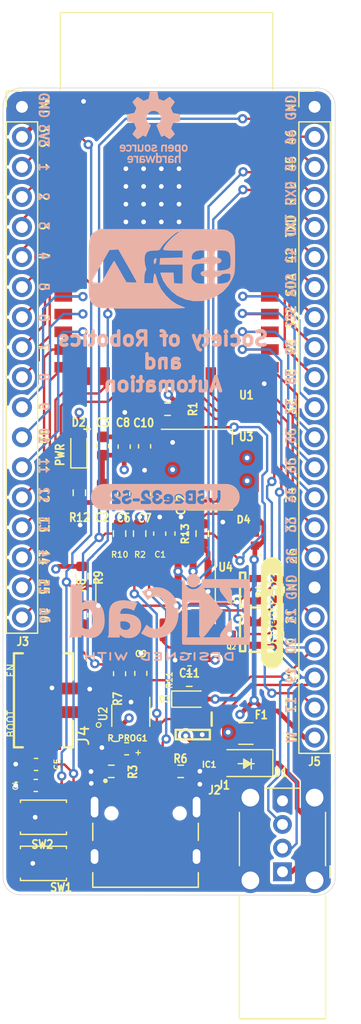
<source format=kicad_pcb>
(kicad_pcb (version 20171130) (host pcbnew 5.1.8-db9833491~88~ubuntu16.04.1)
  (layers (0 F.Cu signal) (1 GND power hide) (2 PWR power hide) (31 B.Cu signal) (34 B.Paste user hide) (35 F.Paste user hide) (36 B.SilkS user hide) (37 F.SilkS user hide) (38 B.Mask user hide) (39 F.Mask user hide) (44 Edge.Cuts user))
  (net 0 "")
  (net 1 GND)
  (net 2 +3V3)
  (net 3 /CHIP_PU)
  (net 4 /RXD0)
  (net 5 /TXD0)
  (net 6 /~DTR)
  (net 7 /~RTS)
  (net 8 /CC2)
  (net 9 /DP1)
  (net 10 /DN1)
  (net 11 /CC1)
  (net 12 /VI)
  (net 13 /VBUSC)
  (net 14 /VBUSA)
  (net 15 "Net-(J2-PadA8)")
  (net 16 "Net-(J2-PadB8)")
  (net 17 "Net-(C9-Pad1)")
  (net 18 "Net-(C12-Pad1)")
  (net 19 +BATT)
  (net 20 "Net-(D2-Pad1)")
  (net 21 "Net-(D3-Pad1)")
  (net 22 "Net-(D4-Pad2)")
  (net 23 /GPIO_0)
  (net 24 /GPIO_34)
  (net 25 /GPIO_16)
  (net 26 /GPIO_15)
  (net 27 /GPIO_14)
  (net 28 /GPIO_13)
  (net 29 /GPIO_12)
  (net 30 /GPIO_11)
  (net 31 /GPIO_10)
  (net 32 /GPIO_9)
  (net 33 /GPIO_8)
  (net 34 /GPIO_7)
  (net 35 /GPIO_6)
  (net 36 /GPIO_5)
  (net 37 /GPIO_4)
  (net 38 /GPIO_3)
  (net 39 /GPIO_2)
  (net 40 /GPIO_1)
  (net 41 /GPIO_17)
  (net 42 /GPIO_21)
  (net 43 /GPIO_26)
  (net 44 /GPIO_33)
  (net 45 /GPIO_35)
  (net 46 /GPIO_36)
  (net 47 /GPIO_37)
  (net 48 /GPIO_38)
  (net 49 /GPIO_39)
  (net 50 /GPIO_40)
  (net 51 /GPIO_41)
  (net 52 /GPIO_42)
  (net 53 /GPIO_45)
  (net 54 /GPIO_46)
  (net 55 "Net-(Q1-Pad1)")
  (net 56 "Net-(Q2-Pad1)")
  (net 57 /GPIO_18)
  (net 58 "Net-(R_PROG1-Pad1)")
  (net 59 "Net-(U4-Pad15)")
  (net 60 "Net-(U4-Pad12)")
  (net 61 "Net-(U4-Pad11)")
  (net 62 "Net-(U4-Pad10)")
  (net 63 "Net-(U4-Pad9)")
  (net 64 "Net-(U4-Pad8)")
  (net 65 "Net-(U4-Pad7)")
  (net 66 /D1-)
  (net 67 /D1+)
  (module Connector_USB:USB_A_Wuerth_614004134726_Horizontal (layer F.Cu) (at 189.5 122.7 90)
    (fp_text reference J1 (at 7.32282 -4.97586) (layer F.SilkS) (effects (font (size 0.7 0.6))))
    (fp_text value USB_A)
    (pad 5 thru_hole circle (at -0.73 -2.72 90) (size 2.15 2.15) (drill 1.5) (layers *.Cu *.Mask) (net 1 GND))
    (pad 5 thru_hole circle (at 6.27 -2.72 90) (size 2.15 2.15) (drill 1.5) (layers *.Cu *.Mask) (net 1 GND))
    (pad 5 thru_hole circle (at 6.27 2.72 90) (size 2.15 2.15) (drill 1.5) (layers *.Cu *.Mask) (net 1 GND))
    (pad 5 thru_hole circle (at -0.73 2.72 90) (size 2.15 2.15) (drill 1.5) (layers *.Cu *.Mask) (net 1 GND))
    (pad 1 thru_hole rect (at 0 0 90) (size 1.6 1.6) (drill 0.92) (layers *.Cu *.Mask) (net 14 /VBUSA))
    (pad 2 thru_hole circle (at 2 0 90) (size 1.6 1.6) (drill 0.92) (layers *.Cu *.Mask) (net 66 /D1-))
    (pad 3 thru_hole circle (at 4 0 90) (size 1.6 1.6) (drill 0.92) (layers *.Cu *.Mask) (net 67 /D1+))
    (pad 4 thru_hole circle (at 6 0 90) (size 1.6 1.6) (drill 0.92) (layers *.Cu *.Mask) (net 1 GND))
  )
  (module Resistor_SMD:R_0603_1608Metric (layer F.Cu) (at 176.3 112.3 180)
    (fp_text reference R_PROG1 (at -0.0742 0.8968) (layer F.SilkS) (effects (font (size 0.5 0.5) (thickness 0.125))))
    (fp_text value 4.7k)
    (pad 2 smd roundrect (at 0.7875 0 180) (size 0.875 0.95) (layers F.Cu F.Paste F.Mask) (net 1 GND))
    (pad 1 smd roundrect (at -0.7875 0 180) (size 0.875 0.95) (layers F.Cu F.Paste F.Mask) (net 58 "Net-(R_PROG1-Pad1)"))
  )
  (module Resistor_SMD:R_0603_1608Metric (layer F.Cu) (at 182.7 94.1 270)
    (fp_text reference R13 (at 0.0254 1.4478 90) (layer F.SilkS) (effects (font (size 0.6 0.6))))
    (fp_text value 1k)
    (pad 2 smd roundrect (at 0.825 0 270) (size 0.8 0.95) (layers F.Cu F.Paste F.Mask) (net 1 GND))
    (pad 1 smd roundrect (at -0.825 0 270) (size 0.8 0.95) (layers F.Cu F.Paste F.Mask) (net 22 "Net-(D4-Pad2)"))
  )
  (module WS2018:WS2812B2020 (layer F.Cu) (at 186.24572 94.56792)
    (fp_text reference D4 (at -0.04572 -1.64592) (layer F.SilkS) (effects (font (size 0.6 0.6))))
    (fp_text value WS2812B hide)
    (pad 4 smd rect (at -0.915 0.55 90) (size 0.7 0.7) (layers F.Cu F.Paste F.Mask) (net 41 /GPIO_17))
    (pad 3 smd rect (at -0.915 -0.55 90) (size 0.7 0.7) (layers F.Cu F.Paste F.Mask) (net 1 GND))
    (pad 2 smd rect (at 0.915 -0.55 90) (size 0.7 0.7) (layers F.Cu F.Paste F.Mask) (net 22 "Net-(D4-Pad2)"))
    (pad 1 smd rect (at 0.915 0.55 90) (size 0.7 0.7) (layers F.Cu F.Paste F.Mask) (net 12 /VI))
  )
  (module Resistor_SMD:R_0603_1608Metric (layer F.Cu) (at 172.5 101 90)
    (fp_text reference R8 (at 2.52222 -0.04293 90) (layer F.SilkS) (effects (font (size 0.7 0.6))))
    (fp_text value 100k)
    (pad 2 smd roundrect (at 0.7875 0 90) (size 0.875 0.95) (layers F.Cu F.Paste F.Mask) (net 1 GND))
    (pad 1 smd roundrect (at -0.7875 0 90) (size 0.875 0.95) (layers F.Cu F.Paste F.Mask) (net 33 /GPIO_8))
  )
  (module Resistor_SMD:R_0603_1608Metric (layer F.Cu) (at 175.7 105.95 90)
    (fp_text reference R7 (at -2.12598 -0.15748 90) (layer F.SilkS) (effects (font (size 0.7 0.6))))
    (fp_text value 100k)
    (pad 2 smd roundrect (at 0.7875 0 90) (size 0.875 0.95) (layers F.Cu F.Paste F.Mask) (net 33 /GPIO_8))
    (pad 1 smd roundrect (at -0.7875 0 90) (size 0.875 0.95) (layers F.Cu F.Paste F.Mask) (net 19 +BATT))
  )
  (module Connector_PinHeader_2.54mm:PinHeader_1x22_P2.54mm_Vertical (layer F.Cu) (at 192.22 58.015)
    (fp_text reference J5 (at -0.00896 55.36632 180) (layer F.SilkS) (effects (font (size 0.7 0.6))))
    (fp_text value Conn_01x22_Male)
    (pad 22 thru_hole oval (at 0 53.34) (size 1.7 1.7) (drill 1) (layers *.Cu *.Mask) (net 12 /VI))
    (pad 21 thru_hole oval (at 0 50.8) (size 1.7 1.7) (drill 1) (layers *.Cu *.Mask) (net 41 /GPIO_17))
    (pad 20 thru_hole oval (at 0 48.26) (size 1.7 1.7) (drill 1) (layers *.Cu *.Mask) (net 66 /D1-))
    (pad 19 thru_hole oval (at 0 45.72) (size 1.7 1.7) (drill 1) (layers *.Cu *.Mask) (net 67 /D1+))
    (pad 18 thru_hole oval (at 0 43.18) (size 1.7 1.7) (drill 1) (layers *.Cu *.Mask) (net 42 /GPIO_21))
    (pad 17 thru_hole oval (at 0 40.64) (size 1.7 1.7) (drill 1) (layers *.Cu *.Mask) (net 1 GND))
    (pad 16 thru_hole oval (at 0 38.1) (size 1.7 1.7) (drill 1) (layers *.Cu *.Mask) (net 43 /GPIO_26))
    (pad 15 thru_hole oval (at 0 35.56) (size 1.7 1.7) (drill 1) (layers *.Cu *.Mask) (net 44 /GPIO_33))
    (pad 14 thru_hole oval (at 0 33.02) (size 1.7 1.7) (drill 1) (layers *.Cu *.Mask) (net 24 /GPIO_34))
    (pad 13 thru_hole oval (at 0 30.48) (size 1.7 1.7) (drill 1) (layers *.Cu *.Mask) (net 45 /GPIO_35))
    (pad 12 thru_hole oval (at 0 27.94) (size 1.7 1.7) (drill 1) (layers *.Cu *.Mask) (net 46 /GPIO_36))
    (pad 11 thru_hole oval (at 0 25.4) (size 1.7 1.7) (drill 1) (layers *.Cu *.Mask) (net 47 /GPIO_37))
    (pad 10 thru_hole oval (at 0 22.86) (size 1.7 1.7) (drill 1) (layers *.Cu *.Mask) (net 48 /GPIO_38))
    (pad 9 thru_hole oval (at 0 20.32) (size 1.7 1.7) (drill 1) (layers *.Cu *.Mask) (net 49 /GPIO_39))
    (pad 8 thru_hole oval (at 0 17.78) (size 1.7 1.7) (drill 1) (layers *.Cu *.Mask) (net 50 /GPIO_40))
    (pad 7 thru_hole oval (at 0 15.24) (size 1.7 1.7) (drill 1) (layers *.Cu *.Mask) (net 51 /GPIO_41))
    (pad 6 thru_hole oval (at 0 12.7) (size 1.7 1.7) (drill 1) (layers *.Cu *.Mask) (net 52 /GPIO_42))
    (pad 5 thru_hole oval (at 0 10.16) (size 1.7 1.7) (drill 1) (layers *.Cu *.Mask) (net 5 /TXD0))
    (pad 4 thru_hole oval (at 0 7.62) (size 1.7 1.7) (drill 1) (layers *.Cu *.Mask) (net 4 /RXD0))
    (pad 3 thru_hole oval (at 0 5.08) (size 1.7 1.7) (drill 1) (layers *.Cu *.Mask) (net 53 /GPIO_45))
    (pad 2 thru_hole oval (at 0 2.54) (size 1.7 1.7) (drill 1) (layers *.Cu *.Mask) (net 54 /GPIO_46))
    (pad 1 thru_hole rect (at 0 0) (size 1.7 1.7) (drill 1) (layers *.Cu *.Mask) (net 1 GND))
  )
  (module IP4220CZ6:SOP95P275X110-6N (layer F.Cu) (at 181.9 111.1 270)
    (fp_text reference IC1 (at 2.532 -1.39182 180) (layer F.SilkS) (effects (font (size 0.5 0.5) (thickness 0.125))))
    (fp_text value IP4220CZ6 hide)
    (pad 1 smd rect (at -1.312 -0.95) (size 0.6 1.125) (layers F.Cu F.Paste F.Mask) (net 67 /D1+))
    (pad 2 smd rect (at -1.312 0) (size 0.6 1.125) (layers F.Cu F.Paste F.Mask) (net 1 GND))
    (pad 3 smd rect (at -1.312 0.95) (size 0.6 1.125) (layers F.Cu F.Paste F.Mask) (net 10 /DN1))
    (pad 4 smd rect (at 1.312 0.95) (size 0.6 1.125) (layers F.Cu F.Paste F.Mask) (net 9 /DP1))
    (pad 5 smd rect (at 1.312 0) (size 0.6 1.125) (layers F.Cu F.Paste F.Mask) (net 12 /VI))
    (pad 6 smd rect (at 1.312 -0.95) (size 0.6 1.125) (layers F.Cu F.Paste F.Mask) (net 66 /D1-))
  )
  (module Package_SO:SOIC-16_3.9x9.9mm_P1.27mm (layer F.Cu) (at 178.75 99.775 270)
    (fp_text reference U4 (at -2.8321 -5.9309 180) (layer F.SilkS) (effects (font (size 0.7 0.6))))
    (fp_text value CH340C)
    (pad 16 smd roundrect (at 2.475 -4.445 270) (size 1.95 0.6) (layers F.Cu F.Paste F.Mask) (net 2 +3V3))
    (pad 15 smd roundrect (at 2.475 -3.175 270) (size 1.95 0.6) (layers F.Cu F.Paste F.Mask) (net 59 "Net-(U4-Pad15)"))
    (pad 14 smd roundrect (at 2.475 -1.905 270) (size 1.95 0.6) (layers F.Cu F.Paste F.Mask) (net 7 /~RTS))
    (pad 13 smd roundrect (at 2.475 -0.635 270) (size 1.95 0.6) (layers F.Cu F.Paste F.Mask) (net 6 /~DTR))
    (pad 12 smd roundrect (at 2.475 0.635 270) (size 1.95 0.6) (layers F.Cu F.Paste F.Mask) (net 60 "Net-(U4-Pad12)"))
    (pad 11 smd roundrect (at 2.475 1.905 270) (size 1.95 0.6) (layers F.Cu F.Paste F.Mask) (net 61 "Net-(U4-Pad11)"))
    (pad 10 smd roundrect (at 2.475 3.175 270) (size 1.95 0.6) (layers F.Cu F.Paste F.Mask) (net 62 "Net-(U4-Pad10)"))
    (pad 9 smd roundrect (at 2.475 4.445 270) (size 1.95 0.6) (layers F.Cu F.Paste F.Mask) (net 63 "Net-(U4-Pad9)"))
    (pad 8 smd roundrect (at -2.475 4.445 270) (size 1.95 0.6) (layers F.Cu F.Paste F.Mask) (net 64 "Net-(U4-Pad8)"))
    (pad 7 smd roundrect (at -2.475 3.175 270) (size 1.95 0.6) (layers F.Cu F.Paste F.Mask) (net 65 "Net-(U4-Pad7)"))
    (pad 6 smd roundrect (at -2.475 1.905 270) (size 1.95 0.6) (layers F.Cu F.Paste F.Mask) (net 10 /DN1))
    (pad 5 smd roundrect (at -2.475 0.635 270) (size 1.95 0.6) (layers F.Cu F.Paste F.Mask) (net 9 /DP1))
    (pad 4 smd roundrect (at -2.475 -0.635 270) (size 1.95 0.6) (layers F.Cu F.Paste F.Mask) (net 18 "Net-(C12-Pad1)"))
    (pad 3 smd roundrect (at -2.475 -1.905 270) (size 1.95 0.6) (layers F.Cu F.Paste F.Mask) (net 5 /TXD0))
    (pad 2 smd roundrect (at -2.475 -3.175 270) (size 1.95 0.6) (layers F.Cu F.Paste F.Mask) (net 4 /RXD0))
    (pad 1 smd roundrect (at -2.475 -4.445 270) (size 1.95 0.6) (layers F.Cu F.Paste F.Mask) (net 1 GND))
  )
  (module tactile_smd_switch:tactile_smd_switch (layer F.Cu) (at 169.25 121.99)
    (fp_text reference SW1 (at 1.49492 2.03416) (layer F.SilkS) (effects (font (size 0.7 0.6))))
    (fp_text value SW_Push)
    (pad 2 smd rect (at 2.2 0) (size 1 2) (layers F.Cu F.Paste F.Mask) (net 23 /GPIO_0))
    (pad 1 smd rect (at -2.2 0) (size 1 2) (layers F.Cu F.Paste F.Mask) (net 1 GND))
  )
  (module USB-TYPE-C:HRO_TYPE-C-31-M-12 (layer F.Cu) (at 177.9 121.41)
    (fp_text reference J2 (at 5.83946 -5.61594 180) (layer F.SilkS) (effects (font (size 0.7 0.6))))
    (fp_text value TYPE-C-31-M-12)
    (pad None np_thru_hole circle (at 2.89 -3.65) (size 0.7 0.7) (drill 0.7) (layers *.Cu *.Mask))
    (pad None np_thru_hole circle (at -2.89 -3.65) (size 0.7 0.7) (drill 0.7) (layers *.Cu *.Mask))
    (pad S4 thru_hole oval (at 4.32 0) (size 1.05 2.1) (drill oval 0.65 1.25) (layers *.Cu *.Mask) (net 1 GND))
    (pad S3 thru_hole oval (at -4.32 0) (size 1.05 2.1) (drill oval 0.65 1.25) (layers *.Cu *.Mask) (net 1 GND))
    (pad S2 thru_hole oval (at 4.32 -4.18) (size 1.05 2.1) (drill oval 0.65 1.75) (layers *.Cu *.Mask) (net 1 GND))
    (pad S1 thru_hole oval (at -4.32 -4.18) (size 1.05 2.1) (drill oval 0.65 1.75) (layers *.Cu *.Mask) (net 1 GND))
    (pad B1A12 smd rect (at 3.25 -5.095) (size 0.6 1.45) (layers F.Cu F.Paste F.Mask) (net 1 GND))
    (pad B4A9 smd rect (at 2.45 -5.095) (size 0.6 1.45) (layers F.Cu F.Paste F.Mask) (net 13 /VBUSC))
    (pad B5 smd rect (at 1.75 -5.095) (size 0.3 1.45) (layers F.Cu F.Paste F.Mask) (net 8 /CC2))
    (pad A8 smd rect (at 1.25 -5.095) (size 0.3 1.45) (layers F.Cu F.Paste F.Mask) (net 15 "Net-(J2-PadA8)"))
    (pad B6 smd rect (at 0.75 -5.095) (size 0.3 1.45) (layers F.Cu F.Paste F.Mask) (net 9 /DP1))
    (pad A7 smd rect (at 0.25 -5.095) (size 0.3 1.45) (layers F.Cu F.Paste F.Mask) (net 10 /DN1))
    (pad B8 smd rect (at -1.75 -5.095) (size 0.3 1.45) (layers F.Cu F.Paste F.Mask) (net 16 "Net-(J2-PadB8)"))
    (pad A5 smd rect (at -1.25 -5.095) (size 0.3 1.45) (layers F.Cu F.Paste F.Mask) (net 11 /CC1))
    (pad B7 smd rect (at -0.75 -5.095) (size 0.3 1.45) (layers F.Cu F.Paste F.Mask) (net 10 /DN1))
    (pad A6 smd rect (at -0.25 -5.095) (size 0.3 1.45) (layers F.Cu F.Paste F.Mask) (net 9 /DP1))
    (pad A4B9 smd rect (at -2.45 -5.095) (size 0.6 1.45) (layers F.Cu F.Paste F.Mask) (net 13 /VBUSC))
    (pad A1B12 smd rect (at -3.25 -5.095) (size 0.6 1.45) (layers F.Cu F.Paste F.Mask) (net 1 GND))
  )
  (module Symbol:KiCad-Logo2_6mm_SilkScreen (layer B.Cu) (at 179.08686 100.4832 180)
    (fp_text reference REF** hide)
    (fp_text value KiCad-Logo2_6mm_SilkScreen hide)
  )
  (module Designs:OSHW-Logo_5.7x6mm_SilkScreen (layer B.Cu) (at 178.59156 59.74414 180)
    (fp_text reference REF** hide)
    (fp_text value OSHW-Logo_5.7x6mm_SilkScreen hide)
  )
  (module label (layer F.Cu) (at 188.60932 100.80832 90)
    (fp_text reference svg2mod hide)
    (fp_text value G*** hide)
  )
  (module label (layer B.Cu) (at 179.57454 91.01916 180)
    (fp_text reference svg2mod hide)
    (fp_text value G*** hide)
  )
  (module SRA_Logo:sralogo (layer B.Cu) (at 179.34594 71.69484 180)
    (fp_text reference G*** hide)
    (fp_text value LOGO hide)
  )
  (module Diode_SMD:D_1206_3216Metric (layer F.Cu) (at 186.4 113.51 180)
    (fp_text reference D1 (at -2.95796 -0.7794) (layer F.SilkS) (effects (font (size 0.7 0.6))))
    (fp_text value 1N5819)
    (pad 2 smd roundrect (at 1.4 0 180) (size 1.25 1.75) (layers F.Cu F.Paste F.Mask) (roundrect_rratio 0.2) (net 13 /VBUSC))
    (pad 1 smd roundrect (at -1.4 0 180) (size 1.25 1.75) (layers F.Cu F.Paste F.Mask) (roundrect_rratio 0.2) (net 14 /VBUSA))
  )
  (module "B2B-PH-SM4-TB:JST_B2B-PH-SM4-TB(LF)(SN)" (layer F.Cu) (at 171.5 108.2 90)
    (fp_text reference J4 (at -2.9845 1.1049 90) (layer F.SilkS) (effects (font (size 1.001291 1.001291))))
    (fp_text value "B2B-PH-SM4-TB(LF)(SN)")
    (pad 4 smd rect (at 3.4 -2.25 90) (size 1.6 3) (layers F.Cu F.Paste F.Mask))
    (pad 3 smd rect (at -3.4 -2.25 90) (size 1.6 3) (layers F.Cu F.Paste F.Mask))
    (pad 2 smd rect (at 1 0 90) (size 1 5.5) (layers F.Cu F.Paste F.Mask) (net 1 GND))
    (pad 1 smd rect (at -1 0 90) (size 1 5.5) (layers F.Cu F.Paste F.Mask) (net 19 +BATT))
  )
  (module Capacitor_SMD:C_0603_1608Metric (layer F.Cu) (at 177.5 105.925 90)
    (fp_text reference C9 (at 1.65388 0.00206 180) (layer F.SilkS) (effects (font (size 0.5 0.5) (thickness 0.125))))
    (fp_text value 10uF)
    (pad 2 smd roundrect (at 0.7875 0 90) (size 0.875 0.95) (layers F.Cu F.Paste F.Mask) (net 1 GND))
    (pad 1 smd roundrect (at -0.7875 0 90) (size 0.875 0.95) (layers F.Cu F.Paste F.Mask) (net 17 "Net-(C9-Pad1)"))
  )
  (module Resistor_SMD:R_0603_1608Metric (layer F.Cu) (at 175 114.21 180)
    (fp_text reference R3 (at -1.82014 -0.04048 270) (layer F.SilkS) (effects (font (size 0.7 0.6))))
    (fp_text value 5.1K hide)
    (pad 2 smd roundrect (at 0.825 0 180) (size 0.8 0.95) (layers F.Cu F.Paste F.Mask) (net 1 GND))
    (pad 1 smd roundrect (at -0.825 0 180) (size 0.8 0.95) (layers F.Cu F.Paste F.Mask) (net 11 /CC1))
  )
  (module MMBT8050:MMBT8050 (layer F.Cu) (at 186.125 98.85 180)
    (fp_text reference Q1 (at 0.91808 -0.93942) (layer F.SilkS) (effects (font (size 0.4 0.4) (thickness 0.1))))
    (fp_text value MMBT8050 hide)
    (pad 3 smd rect (at 1.1 0 270) (size 0.6 1.05) (layers F.Cu F.Paste F.Mask) (net 3 /CHIP_PU))
    (pad 2 smd rect (at -1.1 0.95 270) (size 0.6 1.05) (layers F.Cu F.Paste F.Mask) (net 7 /~RTS))
    (pad 1 smd rect (at -1.1 -0.95 270) (size 0.6 1.05) (layers F.Cu F.Paste F.Mask) (net 55 "Net-(Q1-Pad1)"))
  )
  (module MMBT8050:MMBT8050 (layer F.Cu) (at 186.125 102.6 180)
    (fp_text reference Q2 (at 0.95872 -1.08674) (layer F.SilkS) (effects (font (size 0.4 0.4) (thickness 0.1))))
    (fp_text value MMBT8050 hide)
    (pad 3 smd rect (at 1.1 0 270) (size 0.6 1.05) (layers F.Cu F.Paste F.Mask) (net 23 /GPIO_0))
    (pad 2 smd rect (at -1.1 0.95 270) (size 0.6 1.05) (layers F.Cu F.Paste F.Mask) (net 6 /~DTR))
    (pad 1 smd rect (at -1.1 -0.95 270) (size 0.6 1.05) (layers F.Cu F.Paste F.Mask) (net 56 "Net-(Q2-Pad1)"))
  )
  (module Package_TO_SOT_SMD:SOT-23-5 (layer F.Cu) (at 176.65 109.5 270)
    (fp_text reference U2 (at -0.1524 2.3495 90) (layer F.SilkS) (effects (font (size 0.7 0.6) (thickness 0.125))))
    (fp_text value MCP73831-2-OT)
    (pad 5 smd rect (at 1.1 -0.95 270) (size 1.06 0.65) (layers F.Cu F.Paste F.Mask) (net 58 "Net-(R_PROG1-Pad1)"))
    (pad 4 smd rect (at 1.1 0.95 270) (size 1.06 0.65) (layers F.Cu F.Paste F.Mask) (net 12 /VI))
    (pad 3 smd rect (at -1.1 0.95 270) (size 1.06 0.65) (layers F.Cu F.Paste F.Mask) (net 19 +BATT))
    (pad 2 smd rect (at -1.1 0 270) (size 1.06 0.65) (layers F.Cu F.Paste F.Mask) (net 1 GND))
    (pad 1 smd rect (at -1.1 -0.95 270) (size 1.06 0.65) (layers F.Cu F.Paste F.Mask) (net 17 "Net-(C9-Pad1)"))
  )
  (module Package_TO_SOT_SMD:SOT-223-3_TabPin2 (layer F.Cu) (at 183.3425 88.6929)
    (fp_text reference U3 (at 3.08496 -2.77406) (layer F.SilkS) (effects (font (size 0.7 0.6))))
    (fp_text value AMS1117-3.3)
    (pad 1 smd rect (at -3.15 -2.3) (size 2 1.5) (layers F.Cu F.Paste F.Mask) (net 1 GND))
    (pad 3 smd rect (at -3.15 2.3) (size 2 1.5) (layers F.Cu F.Paste F.Mask) (net 12 /VI))
    (pad 2 smd rect (at -3.15 0) (size 2 1.5) (layers F.Cu F.Paste F.Mask) (net 2 +3V3))
    (pad 2 smd rect (at 3.15 0) (size 2 3.8) (layers F.Cu F.Paste F.Mask) (net 2 +3V3))
  )
  (module ESP32-S2-WROOM_M22S2H3200PH3Q0:ESP32S2WROOMM22S2H3200PH3Q0 (layer F.Cu) (at 179.68 65.54)
    (fp_text reference U1 (at 6.7627 16.84824) (layer F.SilkS) (effects (font (size 0.7 0.6))))
    (fp_text value ESP32-S2-WROOM-ESP32-S2-WROOM hide)
    (pad 51 smd rect (at -2.69 -1.45) (size 1.1 1.1) (layers F.Cu F.Paste F.Mask) (net 1 GND))
    (pad 50 smd rect (at -1.19 -1.45) (size 1.1 1.1) (layers F.Cu F.Paste F.Mask) (net 1 GND))
    (pad 49 smd rect (at 0.31 -1.45) (size 1.1 1.1) (layers F.Cu F.Paste F.Mask) (net 1 GND))
    (pad 48 smd rect (at 0.31 0.05) (size 1.1 1.1) (layers F.Cu F.Paste F.Mask) (net 1 GND))
    (pad 47 smd rect (at 0.31 1.55) (size 1.1 1.1) (layers F.Cu F.Paste F.Mask) (net 1 GND))
    (pad 46 smd rect (at -1.19 1.55) (size 1.1 1.1) (layers F.Cu F.Paste F.Mask) (net 1 GND))
    (pad 45 smd rect (at -2.69 1.55) (size 1.1 1.1) (layers F.Cu F.Paste F.Mask) (net 1 GND))
    (pad 44 smd rect (at -2.69 0.05) (size 1.1 1.1) (layers F.Cu F.Paste F.Mask) (net 1 GND))
    (pad 43 smd rect (at -1.19 0.05) (size 1.1 1.1) (layers F.Cu F.Paste F.Mask) (net 1 GND))
    (pad 42 smd rect (at 8.75 -8 90) (size 0.9 1.5) (layers F.Cu F.Paste F.Mask) (net 1 GND))
    (pad 41 smd rect (at 8.75 -6.5 90) (size 0.9 1.5) (layers F.Cu F.Paste F.Mask) (net 3 /CHIP_PU))
    (pad 40 smd rect (at 8.75 -5 90) (size 0.9 1.5) (layers F.Cu F.Paste F.Mask) (net 54 /GPIO_46))
    (pad 39 smd rect (at 8.75 -3.5 90) (size 0.9 1.5) (layers F.Cu F.Paste F.Mask) (net 53 /GPIO_45))
    (pad 38 smd rect (at 8.75 -2 90) (size 0.9 1.5) (layers F.Cu F.Paste F.Mask) (net 4 /RXD0))
    (pad 37 smd rect (at 8.75 -0.5 90) (size 0.9 1.5) (layers F.Cu F.Paste F.Mask) (net 5 /TXD0))
    (pad 36 smd rect (at 8.75 1 90) (size 0.9 1.5) (layers F.Cu F.Paste F.Mask) (net 52 /GPIO_42))
    (pad 35 smd rect (at 8.75 2.5 90) (size 0.9 1.5) (layers F.Cu F.Paste F.Mask) (net 51 /GPIO_41))
    (pad 34 smd rect (at 8.75 4 90) (size 0.9 1.5) (layers F.Cu F.Paste F.Mask) (net 50 /GPIO_40))
    (pad 33 smd rect (at 8.75 5.5 90) (size 0.9 1.5) (layers F.Cu F.Paste F.Mask) (net 49 /GPIO_39))
    (pad 32 smd rect (at 8.75 7 90) (size 0.9 1.5) (layers F.Cu F.Paste F.Mask) (net 48 /GPIO_38))
    (pad 31 smd rect (at 8.75 8.5 90) (size 0.9 1.5) (layers F.Cu F.Paste F.Mask) (net 47 /GPIO_37))
    (pad 30 smd rect (at 8.75 10 90) (size 0.9 1.5) (layers F.Cu F.Paste F.Mask) (net 46 /GPIO_36))
    (pad 29 smd rect (at 8.75 11.5 90) (size 0.9 1.5) (layers F.Cu F.Paste F.Mask) (net 45 /GPIO_35))
    (pad 28 smd rect (at 8.75 13 90) (size 0.9 1.5) (layers F.Cu F.Paste F.Mask) (net 24 /GPIO_34))
    (pad 27 smd rect (at 8.75 14.5 90) (size 0.9 1.5) (layers F.Cu F.Paste F.Mask) (net 44 /GPIO_33))
    (pad 26 smd rect (at 6.75 15.25) (size 0.9 1.5) (layers F.Cu F.Paste F.Mask) (net 1 GND))
    (pad 25 smd rect (at 5.25 15.25) (size 0.9 1.5) (layers F.Cu F.Paste F.Mask) (net 43 /GPIO_26))
    (pad 24 smd rect (at 3.75 15.25) (size 0.9 1.5) (layers F.Cu F.Paste F.Mask) (net 42 /GPIO_21))
    (pad 23 smd rect (at 2.25 15.25) (size 0.9 1.5) (layers F.Cu F.Paste F.Mask) (net 67 /D1+))
    (pad 22 smd rect (at 0.75 15.25) (size 0.9 1.5) (layers F.Cu F.Paste F.Mask) (net 66 /D1-))
    (pad 21 smd rect (at -0.75 15.25) (size 0.9 1.5) (layers F.Cu F.Paste F.Mask) (net 57 /GPIO_18))
    (pad 20 smd rect (at -2.25 15.25) (size 0.9 1.5) (layers F.Cu F.Paste F.Mask) (net 41 /GPIO_17))
    (pad 19 smd rect (at -3.75 15.25) (size 0.9 1.5) (layers F.Cu F.Paste F.Mask) (net 25 /GPIO_16))
    (pad 18 smd rect (at -5.25 15.25) (size 0.9 1.5) (layers F.Cu F.Paste F.Mask) (net 26 /GPIO_15))
    (pad 17 smd rect (at -6.75 15.25) (size 0.9 1.5) (layers F.Cu F.Paste F.Mask) (net 27 /GPIO_14))
    (pad 16 smd rect (at -8.75 14.5 90) (size 0.9 1.5) (layers F.Cu F.Paste F.Mask) (net 28 /GPIO_13))
    (pad 15 smd rect (at -8.75 13 90) (size 0.9 1.5) (layers F.Cu F.Paste F.Mask) (net 29 /GPIO_12))
    (pad 14 smd rect (at -8.75 11.5 90) (size 0.9 1.5) (layers F.Cu F.Paste F.Mask) (net 30 /GPIO_11))
    (pad 13 smd rect (at -8.75 10 90) (size 0.9 1.5) (layers F.Cu F.Paste F.Mask) (net 31 /GPIO_10))
    (pad 12 smd rect (at -8.75 8.5 90) (size 0.9 1.5) (layers F.Cu F.Paste F.Mask) (net 32 /GPIO_9))
    (pad 11 smd rect (at -8.75 7 90) (size 0.9 1.5) (layers F.Cu F.Paste F.Mask) (net 33 /GPIO_8))
    (pad 10 smd rect (at -8.75 5.5 90) (size 0.9 1.5) (layers F.Cu F.Paste F.Mask) (net 34 /GPIO_7))
    (pad 9 smd rect (at -8.75 4 90) (size 0.9 1.5) (layers F.Cu F.Paste F.Mask) (net 35 /GPIO_6))
    (pad 8 smd rect (at -8.75 2.5 90) (size 0.9 1.5) (layers F.Cu F.Paste F.Mask) (net 36 /GPIO_5))
    (pad 7 smd rect (at -8.75 1 90) (size 0.9 1.5) (layers F.Cu F.Paste F.Mask) (net 37 /GPIO_4))
    (pad 6 smd rect (at -8.75 -0.5 90) (size 0.9 1.5) (layers F.Cu F.Paste F.Mask) (net 38 /GPIO_3))
    (pad 5 smd rect (at -8.75 -2 90) (size 0.9 1.5) (layers F.Cu F.Paste F.Mask) (net 39 /GPIO_2))
    (pad 4 smd rect (at -8.75 -3.5 90) (size 0.9 1.5) (layers F.Cu F.Paste F.Mask) (net 40 /GPIO_1))
    (pad 3 smd rect (at -8.75 -5 90) (size 0.9 1.5) (layers F.Cu F.Paste F.Mask) (net 23 /GPIO_0))
    (pad 2 smd rect (at -8.75 -6.5 90) (size 0.9 1.5) (layers F.Cu F.Paste F.Mask) (net 2 +3V3))
    (pad 1 smd rect (at -8.75 -8 90) (size 0.9 1.5) (layers F.Cu F.Paste F.Mask) (net 1 GND))
  )
  (module Resistor_SMD:R_0603_1608Metric (layer F.Cu) (at 175.7 94.1 90)
    (fp_text reference R10 (at -1.778 0.0127 180) (layer F.SilkS) (effects (font (size 0.5 0.5) (thickness 0.1))))
    (fp_text value 10K)
    (pad 2 smd roundrect (at 0.825 0 90) (size 0.8 0.95) (layers F.Cu F.Paste F.Mask) (net 2 +3V3))
    (pad 1 smd roundrect (at -0.825 0 90) (size 0.8 0.95) (layers F.Cu F.Paste F.Mask) (net 3 /CHIP_PU))
  )
  (module LED_SMD:LED_0603_1608Metric_Castellated (layer F.Cu) (at 181.8 108.1)
    (fp_text reference D3 (at -2.28568 -0.00034 180) (layer F.SilkS) (effects (font (size 0.5 0.5) (thickness 0.125))))
    (fp_text value LED)
    (pad 2 smd roundrect (at 0.8125 0) (size 1.225 0.85) (layers F.Cu F.Paste F.Mask) (net 12 /VI))
    (pad 1 smd roundrect (at -0.8125 0) (size 1.225 0.85) (layers F.Cu F.Paste F.Mask) (net 21 "Net-(D3-Pad1)"))
  )
  (module Resistor_SMD:R_0603_1608Metric (layer F.Cu) (at 181.6 106.5 180)
    (fp_text reference R11 (at 1.68182 0.00206 270) (layer F.SilkS) (effects (font (size 0.5 0.5) (thickness 0.1))))
    (fp_text value 1k)
    (pad 2 smd roundrect (at 0.825 0 180) (size 0.8 0.95) (layers F.Cu F.Paste F.Mask) (net 17 "Net-(C9-Pad1)"))
    (pad 1 smd roundrect (at -0.825 0 180) (size 0.8 0.95) (layers F.Cu F.Paste F.Mask) (net 21 "Net-(D3-Pad1)"))
  )
  (module Capacitor_SMD:C_0603_1608Metric (layer F.Cu) (at 176.0908 86.7498 270)
    (fp_text reference C8 (at -2.032 0.1016 180) (layer F.SilkS) (effects (font (size 0.7 0.6))))
    (fp_text value "22 uF")
    (pad 2 smd roundrect (at 0.775 0 270) (size 0.9 0.95) (layers F.Cu F.Paste F.Mask) (net 2 +3V3))
    (pad 1 smd roundrect (at -0.775 0 270) (size 0.9 0.95) (layers F.Cu F.Paste F.Mask) (net 1 GND))
  )
  (module Capacitor_SMD:C_0603_1608Metric (layer F.Cu) (at 176.0527 90.7373 270)
    (fp_text reference C6 (at 2.0323 0.0127 180) (layer F.SilkS) (effects (font (size 0.7 0.6))))
    (fp_text value "10 uF")
    (pad 2 smd roundrect (at 0.775 0 270) (size 0.9 0.95) (layers F.Cu F.Paste F.Mask) (net 12 /VI))
    (pad 1 smd roundrect (at -0.775 0 270) (size 0.9 0.95) (layers F.Cu F.Paste F.Mask) (net 1 GND))
  )
  (module Fuse:Fuse_1206_3216Metric (layer F.Cu) (at 186.4 111.01)
    (fp_text reference F1 (at 1.2997 -1.5791 180) (layer F.SilkS) (effects (font (size 0.7 0.6))))
    (fp_text value Polyfuse_Small)
    (pad 2 smd roundrect (at 1.4 0) (size 1.25 1.75) (layers F.Cu F.Paste F.Mask) (roundrect_rratio 0.2) (net 14 /VBUSA))
    (pad 1 smd roundrect (at -1.4 0) (size 1.25 1.75) (layers F.Cu F.Paste F.Mask) (roundrect_rratio 0.2) (net 12 /VI))
  )
  (module Capacitor_SMD:C_0603_1608Metric (layer F.Cu) (at 181.625 104.775 180)
    (fp_text reference C11 (at 0.008 -1.13144 180) (layer F.SilkS) (effects (font (size 0.7 0.6))))
    (fp_text value 0.1uF)
    (pad 2 smd roundrect (at 0.775 0 180) (size 0.9 0.95) (layers F.Cu F.Paste F.Mask) (net 1 GND))
    (pad 1 smd roundrect (at -0.775 0 180) (size 0.9 0.95) (layers F.Cu F.Paste F.Mask) (net 2 +3V3))
  )
  (module tactile_smd_switch:tactile_smd_switch (layer F.Cu) (at 169.25 118.09)
    (fp_text reference SW2 (at -0.0889 2.2987) (layer F.SilkS) (effects (font (size 0.7 0.6))))
    (fp_text value SW_Push)
    (pad 2 smd rect (at 2.2 0) (size 1 2) (layers F.Cu F.Paste F.Mask) (net 3 /CHIP_PU))
    (pad 1 smd rect (at -2.2 0) (size 1 2) (layers F.Cu F.Paste F.Mask) (net 1 GND))
  )
  (module Resistor_SMD:R_0603_1608Metric (layer F.Cu) (at 189.075 102.65 270)
    (fp_text reference R5 (at -1.25768 -1.03264 180) (layer F.SilkS) (effects (font (size 0.4 0.4) (thickness 0.1))))
    (fp_text value 10K)
    (pad 2 smd roundrect (at 0.825 0 270) (size 0.8 0.95) (layers F.Cu F.Paste F.Mask) (net 56 "Net-(Q2-Pad1)"))
    (pad 1 smd roundrect (at -0.825 0 270) (size 0.8 0.95) (layers F.Cu F.Paste F.Mask) (net 7 /~RTS))
  )
  (module Resistor_SMD:R_0603_1608Metric (layer F.Cu) (at 172.2935 90.6492 270)
    (fp_text reference R12 (at 2.095 -0.0127 180) (layer F.SilkS) (effects (font (size 0.7 0.6))))
    (fp_text value 1k)
    (pad 2 smd roundrect (at 0.825 0 270) (size 0.8 0.95) (layers F.Cu F.Paste F.Mask) (net 1 GND))
    (pad 1 smd roundrect (at -0.825 0 270) (size 0.8 0.95) (layers F.Cu F.Paste F.Mask) (net 20 "Net-(D2-Pad1)"))
  )
  (module Connector_PinHeader_2.54mm:PinHeader_1x18_P2.54mm_Vertical (layer F.Cu) (at 167.43 58.015)
    (fp_text reference J3 (at 0.0756 45.2194 180) (layer F.SilkS) (effects (font (size 0.7 0.6))))
    (fp_text value Conn_01x18_Male)
    (pad 18 thru_hole oval (at 0 43.18) (size 1.7 1.7) (drill 1) (layers *.Cu *.Mask) (net 25 /GPIO_16))
    (pad 17 thru_hole oval (at 0 40.64) (size 1.7 1.7) (drill 1) (layers *.Cu *.Mask) (net 26 /GPIO_15))
    (pad 16 thru_hole oval (at 0 38.1) (size 1.7 1.7) (drill 1) (layers *.Cu *.Mask) (net 27 /GPIO_14))
    (pad 15 thru_hole oval (at 0 35.56) (size 1.7 1.7) (drill 1) (layers *.Cu *.Mask) (net 28 /GPIO_13))
    (pad 14 thru_hole oval (at 0 33.02) (size 1.7 1.7) (drill 1) (layers *.Cu *.Mask) (net 29 /GPIO_12))
    (pad 13 thru_hole oval (at 0 30.48) (size 1.7 1.7) (drill 1) (layers *.Cu *.Mask) (net 30 /GPIO_11))
    (pad 12 thru_hole oval (at 0 27.94) (size 1.7 1.7) (drill 1) (layers *.Cu *.Mask) (net 31 /GPIO_10))
    (pad 11 thru_hole oval (at 0 25.4) (size 1.7 1.7) (drill 1) (layers *.Cu *.Mask) (net 32 /GPIO_9))
    (pad 10 thru_hole oval (at 0 22.86) (size 1.7 1.7) (drill 1) (layers *.Cu *.Mask) (net 33 /GPIO_8))
    (pad 9 thru_hole oval (at 0 20.32) (size 1.7 1.7) (drill 1) (layers *.Cu *.Mask) (net 34 /GPIO_7))
    (pad 8 thru_hole oval (at 0 17.78) (size 1.7 1.7) (drill 1) (layers *.Cu *.Mask) (net 35 /GPIO_6))
    (pad 7 thru_hole oval (at 0 15.24) (size 1.7 1.7) (drill 1) (layers *.Cu *.Mask) (net 36 /GPIO_5))
    (pad 6 thru_hole oval (at 0 12.7) (size 1.7 1.7) (drill 1) (layers *.Cu *.Mask) (net 37 /GPIO_4))
    (pad 5 thru_hole oval (at 0 10.16) (size 1.7 1.7) (drill 1) (layers *.Cu *.Mask) (net 38 /GPIO_3))
    (pad 4 thru_hole oval (at 0 7.62) (size 1.7 1.7) (drill 1) (layers *.Cu *.Mask) (net 39 /GPIO_2))
    (pad 3 thru_hole oval (at 0 5.08) (size 1.7 1.7) (drill 1) (layers *.Cu *.Mask) (net 40 /GPIO_1))
    (pad 2 thru_hole oval (at 0 2.54) (size 1.7 1.7) (drill 1) (layers *.Cu *.Mask) (net 2 +3V3))
    (pad 1 thru_hole rect (at 0 0) (size 1.7 1.7) (drill 1) (layers *.Cu *.Mask) (net 1 GND))
  )
  (module LED_SMD:LED_0603_1608Metric_Castellated (layer F.Cu) (at 172.25286 86.8644 90)
    (fp_text reference D2 (at 2.172 -0.02286) (layer F.SilkS) (effects (font (size 0.7 0.6))))
    (fp_text value LED)
    (pad 2 smd roundrect (at 0.8125 0 90) (size 1.225 0.85) (layers F.Cu F.Paste F.Mask) (net 2 +3V3))
    (pad 1 smd roundrect (at -0.8125 0 90) (size 1.225 0.85) (layers F.Cu F.Paste F.Mask) (net 20 "Net-(D2-Pad1)"))
  )
  (module Capacitor_SMD:C_0603_1608Metric (layer F.Cu) (at 177.818 86.7244 270)
    (fp_text reference C10 (at -1.9812 0.0762 180) (layer F.SilkS) (effects (font (size 0.7 0.6))))
    (fp_text value 0.1uF)
    (pad 2 smd roundrect (at 0.775 0 270) (size 0.9 0.95) (layers F.Cu F.Paste F.Mask) (net 2 +3V3))
    (pad 1 smd roundrect (at -0.775 0 270) (size 0.9 0.95) (layers F.Cu F.Paste F.Mask) (net 1 GND))
  )
  (module Capacitor_SMD:C_0603_1608Metric (layer F.Cu) (at 168.6 115.4)
    (fp_text reference C4 (at -1.7145 0.0127 90) (layer F.SilkS) (effects (font (size 0.4 0.4) (thickness 0.1))))
    (fp_text value 0.1uF)
    (pad 2 smd roundrect (at 0.775 0) (size 0.9 0.95) (layers F.Cu F.Paste F.Mask) (net 23 /GPIO_0))
    (pad 1 smd roundrect (at -0.775 0) (size 0.9 0.95) (layers F.Cu F.Paste F.Mask) (net 1 GND))
  )
  (module Capacitor_SMD:C_0603_1608Metric (layer F.Cu) (at 179.1 94.1045 90)
    (fp_text reference C1 (at -1.7653 0.04 180) (layer F.SilkS) (effects (font (size 0.5 0.5) (thickness 0.1))))
    (fp_text value 0.1uF)
    (pad 2 smd roundrect (at 0.775 0 90) (size 0.9 0.95) (layers F.Cu F.Paste F.Mask) (net 1 GND))
    (pad 1 smd roundrect (at -0.775 0 90) (size 0.9 0.95) (layers F.Cu F.Paste F.Mask) (net 3 /CHIP_PU))
  )
  (module Capacitor_SMD:C_0603_1608Metric (layer F.Cu) (at 180.9 94.1 90)
    (fp_text reference C12 (at 2.42684 0.00292 90) (layer F.SilkS) (effects (font (size 0.7 0.6))))
    (fp_text value 0.1uF)
    (pad 2 smd roundrect (at 0.775 0 90) (size 0.9 0.95) (layers F.Cu F.Paste F.Mask) (net 1 GND))
    (pad 1 smd roundrect (at -0.775 0 90) (size 0.9 0.95) (layers F.Cu F.Paste F.Mask) (net 18 "Net-(C12-Pad1)"))
  )
  (module Resistor_SMD:R_0603_1608Metric (layer F.Cu) (at 180.875 114.21)
    (fp_text reference R6 (at -0.01666 -1.07216) (layer F.SilkS) (effects (font (size 0.7 0.6))))
    (fp_text value 5.1K)
    (pad 2 smd roundrect (at 0.825 0) (size 0.8 0.95) (layers F.Cu F.Paste F.Mask) (net 1 GND))
    (pad 1 smd roundrect (at -0.825 0) (size 0.8 0.95) (layers F.Cu F.Paste F.Mask) (net 8 /CC2))
  )
  (module Resistor_SMD:R_0603_1608Metric (layer F.Cu) (at 179.76618 83.5875 180)
    (fp_text reference R1 (at -2.14382 0.0127 90) (layer F.SilkS) (effects (font (size 0.7 0.6))))
    (fp_text value 10K)
    (pad 2 smd roundrect (at 0.825 0 180) (size 0.8 0.95) (layers F.Cu F.Paste F.Mask) (net 57 /GPIO_18))
    (pad 1 smd roundrect (at -0.825 0 180) (size 0.8 0.95) (layers F.Cu F.Paste F.Mask) (net 2 +3V3))
  )
  (module Resistor_SMD:R_0603_1608Metric (layer F.Cu) (at 172.5 97.7 90)
    (fp_text reference R9 (at -0.127 1.4097 270) (layer F.SilkS) (effects (font (size 0.7 0.6))))
    (fp_text value 10K)
    (pad 2 smd roundrect (at 0.825 0 90) (size 0.8 0.95) (layers F.Cu F.Paste F.Mask) (net 2 +3V3))
    (pad 1 smd roundrect (at -0.825 0 90) (size 0.8 0.95) (layers F.Cu F.Paste F.Mask) (net 23 /GPIO_0))
  )
  (module Resistor_SMD:R_0603_1608Metric (layer F.Cu) (at 177.4 94.1 270)
    (fp_text reference R2 (at 1.7836 -0.0302) (layer F.SilkS) (effects (font (size 0.5 0.5) (thickness 0.1))))
    (fp_text value 10K)
    (pad 1 smd roundrect (at -0.825 0 270) (size 0.8 0.95) (layers F.Cu F.Paste F.Mask) (net 2 +3V3))
    (pad 2 smd roundrect (at 0.825 0 270) (size 0.8 0.95) (layers F.Cu F.Paste F.Mask) (net 3 /CHIP_PU))
  )
  (module Capacitor_SMD:C_0603_1608Metric (layer F.Cu) (at 168.6299 113.6248)
    (fp_text reference C5 (at 1.7901 -0.0048 -270) (layer F.SilkS) (effects (font (size 0.5 0.5) (thickness 0.1))))
    (fp_text value 0.1uF)
    (pad 2 smd roundrect (at 0.775 0) (size 0.9 0.95) (layers F.Cu F.Paste F.Mask) (net 3 /CHIP_PU))
    (pad 1 smd roundrect (at -0.775 0) (size 0.9 0.95) (layers F.Cu F.Paste F.Mask) (net 1 GND))
  )
  (module Capacitor_SMD:C_0603_1608Metric (layer F.Cu) (at 174.262 86.699 90)
    (fp_text reference C3 (at 1.9812 0.0254 180) (layer F.SilkS) (effects (font (size 0.7 0.6))))
    (fp_text value 10uF)
    (pad 2 smd roundrect (at 0.775 0 90) (size 0.9 0.95) (layers F.Cu F.Paste F.Mask) (net 1 GND))
    (pad 1 smd roundrect (at -0.775 0 90) (size 0.9 0.95) (layers F.Cu F.Paste F.Mask) (net 2 +3V3))
  )
  (module Capacitor_SMD:C_0603_1608Metric (layer F.Cu) (at 174.2493 90.6865 270)
    (fp_text reference C2 (at 2.0577 0.0127 180) (layer F.SilkS) (effects (font (size 0.7 0.6))))
    (fp_text value 0.1uF)
    (pad 2 smd roundrect (at 0.775 0 270) (size 0.9 0.95) (layers F.Cu F.Paste F.Mask) (net 1 GND))
    (pad 1 smd roundrect (at -0.775 0 270) (size 0.9 0.95) (layers F.Cu F.Paste F.Mask) (net 2 +3V3))
  )
  (module Capacitor_SMD:C_0603_1608Metric (layer F.Cu) (at 177.8053 90.7376 270)
    (fp_text reference C7 (at 2.0574 -0.0127 180) (layer F.SilkS) (effects (font (size 0.7 0.6))))
    (fp_text value 0.1uF hide)
    (pad 2 smd roundrect (at 0.775 0 270) (size 0.9 0.95) (layers F.Cu F.Paste F.Mask) (net 12 /VI))
    (pad 1 smd roundrect (at -0.775 0 270) (size 0.9 0.95) (layers F.Cu F.Paste F.Mask) (net 1 GND))
  )
  (module Resistor_SMD:R_0603_1608Metric (layer F.Cu) (at 189.125 98.85 90)
    (fp_text reference R4 (at -0.0889 -1.4732 270) (layer F.SilkS) (effects (font (size 0.7 0.6))))
    (fp_text value 10K)
    (pad 2 smd roundrect (at 0.825 0 90) (size 0.8 0.95) (layers F.Cu F.Paste F.Mask) (net 55 "Net-(Q1-Pad1)"))
    (pad 1 smd roundrect (at -0.825 0 90) (size 0.8 0.95) (layers F.Cu F.Paste F.Mask) (net 6 /~DTR))
  )
  (gr_text "Society of Robotics\nand\nAutomation" (at 179.36626 79.5536) (layer B.SilkS) (effects (font (size 1.2 1.2) (thickness 0.3)) (justify mirror)))
  (gr_text GND (at 169.27 57.89 -90) (layer B.SilkS) (effects (font (size 0.8 0.7)) (justify mirror)))
  (gr_text 3V3 (at 169.2836 60.4608 -90) (layer B.SilkS) (effects (font (size 0.8 0.7)) (justify mirror)))
  (gr_line (start 165.82 57.92) (end 165.821043 123.159784) (layer Edge.Cuts) (width 0.05))
  (gr_line (start 167.15 124.65) (end 192.469784 124.678957) (layer Edge.Cuts) (width 0.05))
  (gr_arc (start 167.321043 123.159784) (end 165.821043 123.159784) (angle -83.45239003) (layer Edge.Cuts) (width 0.05))
  (gr_text 26 (at 190.29 96 90) (layer B.SilkS) (effects (font (size 0.8 0.7)) (justify mirror)))
  (gr_text GND (at 190.23 58.09 90) (layer B.SilkS) (effects (font (size 0.8 0.7)) (justify mirror)))
  (gr_line (start 193.96 57.92) (end 193.96 123.35) (layer Edge.Cuts) (width 0.05))
  (gr_line (start 167.32 56.42) (end 192.45856 56.41898) (layer Edge.Cuts) (width 0.05))
  (gr_arc (start 192.469784 123.178957) (end 192.469784 124.678957) (angle -83.45239003) (layer Edge.Cuts) (width 0.05))
  (gr_arc (start 167.32 57.92) (end 167.32 56.42) (angle -90) (layer Edge.Cuts) (width 0.05))
  (gr_arc (start 192.45856 57.92042) (end 193.96 57.92) (angle -89.98397257) (layer Edge.Cuts) (width 0.05))
  (gr_text VI (at 190.2894 111.337 90) (layer B.SilkS) (effects (font (size 0.8 0.7)) (justify mirror)))
  (gr_text 17 (at 190.23 108.59 90) (layer B.SilkS) (effects (font (size 0.8 0.7)) (justify mirror)))
  (gr_text 19 (at 190.23 106.09 90) (layer B.SilkS) (effects (font (size 0.8 0.7)) (justify mirror)))
  (gr_text 20 (at 190.23 103.59 90) (layer B.SilkS) (effects (font (size 0.8 0.7)) (justify mirror)))
  (gr_text 21 (at 190.23 101.09 90) (layer B.SilkS) (effects (font (size 0.8 0.7)) (justify mirror)))
  (gr_text "GND\n" (at 190.2894 98.637 90) (layer B.SilkS) (effects (font (size 0.8 0.7)) (justify mirror)))
  (gr_text 33 (at 190.23 93.34 90) (layer B.SilkS) (effects (font (size 0.8 0.7)) (justify mirror)))
  (gr_text 34 (at 190.23 90.8392 90) (layer B.SilkS) (effects (font (size 0.8 0.7)) (justify mirror)))
  (gr_text 35 (at 190.23 88.34 90) (layer B.SilkS) (effects (font (size 0.8 0.7)) (justify mirror)))
  (gr_text 36 (at 190.23 85.8354 90) (layer B.SilkS) (effects (font (size 0.8 0.7)) (justify mirror)))
  (gr_text 37 (at 190.23 83.34 90) (layer B.SilkS) (effects (font (size 0.8 0.7)) (justify mirror)))
  (gr_text 38 (at 190.23 80.84 90) (layer B.SilkS) (effects (font (size 0.8 0.7)) (justify mirror)))
  (gr_text 39 (at 190.23 78.34 90) (layer B.SilkS) (effects (font (size 0.8 0.7)) (justify mirror)))
  (gr_text SCL (at 190.23 75.84 90) (layer B.SilkS) (effects (font (size 0.8 0.7)) (justify mirror)))
  (gr_text SDA (at 190.23 73.0846 90) (layer B.SilkS) (effects (font (size 0.8 0.7)) (justify mirror)))
  (gr_text 42 (at 190.23 70.59 90) (layer B.SilkS) (effects (font (size 0.8 0.7)) (justify mirror)))
  (gr_text TXD (at 190.2132 68.0808 90) (layer B.SilkS) (effects (font (size 0.8 0.7)) (justify mirror)))
  (gr_text RXD (at 190.23 65.3376 90) (layer B.SilkS) (effects (font (size 0.8 0.7)) (justify mirror)))
  (gr_text 45 (at 190.23 62.84 90) (layer B.SilkS) (effects (font (size 0.8 0.7)) (justify mirror)))
  (gr_text 46 (at 190.23 60.5878 90) (layer B.SilkS) (effects (font (size 0.8 0.7)) (justify mirror)))
  (gr_text 16 (at 169.3344 101.0246 270) (layer B.SilkS) (effects (font (size 0.8 0.7)) (justify mirror)))
  (gr_text 15 (at 169.28 98.5862 -90) (layer B.SilkS) (effects (font (size 0.8 0.7)) (justify mirror)))
  (gr_text 14 (at 169.28 96.11 -90) (layer B.SilkS) (effects (font (size 0.8 0.7)) (justify mirror)))
  (gr_text 13 (at 169.28 93.3284 -90) (layer B.SilkS) (effects (font (size 0.8 0.7)) (justify mirror)))
  (gr_text 12 (at 169.28 90.8392 -90) (layer B.SilkS) (effects (font (size 0.8 0.7)) (justify mirror)))
  (gr_text 11 (at 169.28 88.35 -90) (layer B.SilkS) (effects (font (size 0.8 0.7)) (justify mirror)))
  (gr_text 10 (at 169.28 85.8354 -90) (layer B.SilkS) (effects (font (size 0.8 0.7)) (justify mirror)))
  (gr_text 9 (at 169.28 83.3462 -90) (layer B.SilkS) (effects (font (size 0.8 0.7)) (justify mirror)))
  (gr_text 8 (at 169.28 80.86 -90) (layer B.SilkS) (effects (font (size 0.8 0.7)) (justify mirror)))
  (gr_text 7 (at 169.28 78.36 -90) (layer B.SilkS) (effects (font (size 0.8 0.7)) (justify mirror)))
  (gr_text 6 (at 169.28 75.86 -90) (layer B.SilkS) (effects (font (size 0.8 0.7)) (justify mirror)))
  (gr_text 5 (at 169.2836 73.2116 -90) (layer B.SilkS) (effects (font (size 0.8 0.7)) (justify mirror)))
  (gr_text 4 (at 169.28 70.6462 -90) (layer B.SilkS) (effects (font (size 0.8 0.7)) (justify mirror)))
  (gr_text 3 (at 169.28 68.0554 -90) (layer B.SilkS) (effects (font (size 0.8 0.7)) (justify mirror)))
  (gr_text "2\n" (at 169.2836 65.5916 -90) (layer B.SilkS) (effects (font (size 0.8 0.7)) (justify mirror)))
  (gr_text 1 (at 169.2836 63.11 -90) (layer B.SilkS) (effects (font (size 0.8 0.7)) (justify mirror)))
  (gr_text + (at 177.24028 112.62948 90) (layer F.SilkS) (effects (font (size 0.5 0.5) (thickness 0.1))))
  (gr_text 5 (at 169.2836 73.237 -90) (layer F.SilkS) (effects (font (size 0.8 0.7))))
  (gr_text + (at 172.9045 85.27114 90) (layer F.SilkS) (effects (font (size 0.7 0.6))))
  (gr_text 16 (at 169.3344 101.0246 270) (layer F.SilkS) (effects (font (size 0.8 0.7))))
  (gr_text VI (at 190.2894 111.337 90) (layer F.SilkS) (effects (font (size 0.8 0.7))))
  (gr_text "GND\n" (at 190.2894 98.637 90) (layer F.SilkS) (effects (font (size 0.8 0.7))))
  (gr_text PWR (at 170.6552 87.4356 90) (layer F.SilkS) (effects (font (size 0.7 0.6))))
  (gr_text EN (at 166.4896 105.6728 90) (layer F.SilkS) (effects (font (size 0.6 0.6) (thickness 0.1))))
  (gr_text BOOT (at 166.4896 110.194 90) (layer F.SilkS) (effects (font (size 0.6 0.6) (thickness 0.1))))
  (gr_text 26 (at 190.2894 95.9954 90) (layer F.SilkS) (effects (font (size 0.8 0.7))))
  (gr_text 17 (at 190.23 108.59 90) (layer F.SilkS) (effects (font (size 0.8 0.7))))
  (gr_text 19 (at 190.23 106.09 90) (layer F.SilkS) (effects (font (size 0.8 0.7))))
  (gr_text 20 (at 190.23 103.59 90) (layer F.SilkS) (effects (font (size 0.8 0.7))))
  (gr_text 21 (at 190.23 101.09 90) (layer F.SilkS) (effects (font (size 0.8 0.7))))
  (gr_text 33 (at 190.23 93.34 90) (layer F.SilkS) (effects (font (size 0.8 0.7))))
  (gr_text 34 (at 190.23 90.84 90) (layer F.SilkS) (effects (font (size 0.8 0.7))))
  (gr_text 35 (at 190.23 88.34 90) (layer F.SilkS) (effects (font (size 0.8 0.7))))
  (gr_text 36 (at 190.23 85.84 90) (layer F.SilkS) (effects (font (size 0.8 0.7))))
  (gr_text 37 (at 190.23 83.34 90) (layer F.SilkS) (effects (font (size 0.8 0.7))))
  (gr_text 38 (at 190.23 80.84 90) (layer F.SilkS) (effects (font (size 0.8 0.7))))
  (gr_text 39 (at 190.23 78.34 90) (layer F.SilkS) (effects (font (size 0.8 0.7))))
  (gr_text SCL (at 190.23 75.84 90) (layer F.SilkS) (effects (font (size 0.8 0.7))))
  (gr_text SDA (at 190.23 73.09 90) (layer F.SilkS) (effects (font (size 0.8 0.7))))
  (gr_text 42 (at 190.23 70.59 90) (layer F.SilkS) (effects (font (size 0.8 0.7))))
  (gr_text TXD (at 190.23 68.09 90) (layer F.SilkS) (effects (font (size 0.8 0.7))))
  (gr_text RXD (at 190.23 65.34 90) (layer F.SilkS) (effects (font (size 0.8 0.7))))
  (gr_text 45 (at 190.23 62.84 90) (layer F.SilkS) (effects (font (size 0.8 0.7))))
  (gr_text 46 (at 190.23 60.59 90) (layer F.SilkS) (effects (font (size 0.8 0.7))))
  (gr_text GND (at 190.23 58.09 90) (layer F.SilkS) (effects (font (size 0.8 0.7))))
  (gr_text 15 (at 169.28 98.59 -90) (layer F.SilkS) (effects (font (size 0.8 0.7))))
  (gr_text 14 (at 169.28 96.11 -90) (layer F.SilkS) (effects (font (size 0.8 0.7))))
  (gr_text 13 (at 169.28 93.34 -90) (layer F.SilkS) (effects (font (size 0.8 0.7))))
  (gr_text 12 (at 169.28 90.84 -90) (layer F.SilkS) (effects (font (size 0.8 0.7))))
  (gr_text 11 (at 169.28 88.36 -90) (layer F.SilkS) (effects (font (size 0.8 0.7))))
  (gr_text 10 (at 169.28 85.84 -90) (layer F.SilkS) (effects (font (size 0.8 0.7))))
  (gr_text 9 (at 169.28 83.36 -90) (layer F.SilkS) (effects (font (size 0.8 0.7))))
  (gr_text 8 (at 169.28 80.86 -90) (layer F.SilkS) (effects (font (size 0.8 0.7))))
  (gr_text 7 (at 169.28 78.36 -90) (layer F.SilkS) (effects (font (size 0.8 0.7))))
  (gr_text 6 (at 169.28 75.86 -90) (layer F.SilkS) (effects (font (size 0.8 0.7))))
  (gr_text 4 (at 169.28 70.61 -90) (layer F.SilkS) (effects (font (size 0.8 0.7))))
  (gr_text 3 (at 169.28 68.11 -90) (layer F.SilkS) (effects (font (size 0.8 0.7))))
  (gr_text "2\n" (at 169.28 65.61 -90) (layer F.SilkS) (effects (font (size 0.8 0.7))))
  (gr_text 1 (at 169.28 63.11 -90) (layer F.SilkS) (effects (font (size 0.8 0.7))))
  (gr_text 3V3 (at 169.28 60.5 -90) (layer F.SilkS) (effects (font (size 0.8 0.7))))
  (gr_text GND (at 169.28 57.88 -90) (layer F.SilkS) (effects (font (size 0.8 0.7))))
  (via (at 176.66834 108.35052) (size 0.8) (drill 0.4) (layers F.Cu B.Cu) (net 1))
  (via (at 169.96834 107.15052) (size 0.8) (drill 0.4) (layers F.Cu B.Cu) (net 1))
  (via (at 173.16834 107.25052) (size 0.8) (drill 0.4) (layers F.Cu B.Cu) (net 1))
  (segment (start 167.905 57.54) (end 167.43 58.015) (width 0.4) (layer F.Cu) (net 1))
  (segment (start 170.93 57.54) (end 167.905 57.54) (width 0.4) (layer F.Cu) (net 1))
  (segment (start 191.745 57.54) (end 192.22 58.015) (width 0.4) (layer F.Cu) (net 1))
  (segment (start 188.43 57.54) (end 191.745 57.54) (width 0.4) (layer F.Cu) (net 1))
  (segment (start 176.04 85.924) (end 176.0908 85.9748) (width 0.4) (layer F.Cu) (net 1))
  (segment (start 174.262 85.924) (end 176.04 85.924) (width 0.4) (layer F.Cu) (net 1))
  (segment (start 177.7926 85.9748) (end 177.818 85.9494) (width 0.4) (layer F.Cu) (net 1))
  (segment (start 176.0908 85.9748) (end 177.7926 85.9748) (width 0.4) (layer F.Cu) (net 1))
  (segment (start 179.749 85.9494) (end 180.1925 86.3929) (width 0.4) (layer F.Cu) (net 1))
  (segment (start 177.818 85.9494) (end 179.749 85.9494) (width 0.4) (layer F.Cu) (net 1))
  (segment (start 177.805 89.9623) (end 177.8053 89.9626) (width 0.4) (layer F.Cu) (net 1))
  (segment (start 176.0527 89.9623) (end 177.805 89.9623) (width 0.4) (layer F.Cu) (net 1))
  (segment (start 172.2935 91.4742) (end 174.2366 91.4742) (width 0.4) (layer F.Cu) (net 1))
  (via (at 176.2347 63.2463) (size 0.8) (drill 0.4) (layers F.Cu B.Cu) (net 1))
  (via (at 177.7347 63.2463) (size 0.8) (drill 0.4) (layers F.Cu B.Cu) (net 1))
  (via (at 179.2347 63.2463) (size 0.8) (drill 0.4) (layers F.Cu B.Cu) (net 1))
  (via (at 180.7347 63.2463) (size 0.8) (drill 0.4) (layers F.Cu B.Cu) (net 1))
  (via (at 176.2347 64.7463) (size 0.8) (drill 0.4) (layers F.Cu B.Cu) (net 1))
  (via (at 177.7347 64.7463) (size 0.8) (drill 0.4) (layers F.Cu B.Cu) (net 1))
  (via (at 179.2347 64.7463) (size 0.8) (drill 0.4) (layers F.Cu B.Cu) (net 1))
  (via (at 180.7347 64.7463) (size 0.8) (drill 0.4) (layers F.Cu B.Cu) (net 1))
  (via (at 176.2347 66.2463) (size 0.8) (drill 0.4) (layers F.Cu B.Cu) (net 1))
  (via (at 177.7347 66.2463) (size 0.8) (drill 0.4) (layers F.Cu B.Cu) (net 1))
  (via (at 179.2347 66.2463) (size 0.8) (drill 0.4) (layers F.Cu B.Cu) (net 1))
  (via (at 180.7347 66.2463) (size 0.8) (drill 0.4) (layers F.Cu B.Cu) (net 1))
  (via (at 176.2347 67.7463) (size 0.8) (drill 0.4) (layers F.Cu B.Cu) (net 1))
  (via (at 177.7347 67.7463) (size 0.8) (drill 0.4) (layers F.Cu B.Cu) (net 1))
  (via (at 179.2347 67.7463) (size 0.8) (drill 0.4) (layers F.Cu B.Cu) (net 1))
  (via (at 180.7347 67.7463) (size 0.8) (drill 0.4) (layers F.Cu B.Cu) (net 1))
  (via (at 172.6491 57.5525) (size 0.8) (drill 0.4) (layers F.Cu B.Cu) (net 1))
  (segment (start 170.93 57.54) (end 172.6366 57.54) (width 0.4) (layer F.Cu) (net 1))
  (segment (start 172.6366 57.54) (end 172.6491 57.5525) (width 0.4) (layer F.Cu) (net 1))
  (segment (start 180.1925 86.3929) (end 180.1925 86.3929) (width 0.4) (layer F.Cu) (net 1))
  (segment (start 177.8053 88.7564) (end 177.818 88.7437) (width 0.4) (layer F.Cu) (net 1))
  (via (at 177.818 88.7437) (size 0.8) (drill 0.4) (layers F.Cu B.Cu) (net 1))
  (segment (start 177.8053 89.9626) (end 177.8053 88.7564) (width 0.4) (layer F.Cu) (net 1))
  (segment (start 186.43 80.79) (end 187.31664 80.79) (width 0.4) (layer F.Cu) (net 1))
  (segment (start 187.31664 80.79) (end 187.9526 81.42596) (width 0.4) (layer F.Cu) (net 1))
  (segment (start 187.9526 81.42596) (end 187.9526 81.42596) (width 0.4) (layer F.Cu) (net 1))
  (via (at 187.9526 81.42596) (size 0.8) (drill 0.4) (layers F.Cu B.Cu) (net 1))
  (via (at 184.44232 93.1252) (size 0.8) (drill 0.4) (layers F.Cu B.Cu) (net 1))
  (segment (start 184.44994 93.11758) (end 184.44232 93.1252) (width 0.4) (layer F.Cu) (net 1))
  (segment (start 184.89698 93.11758) (end 184.44994 93.11758) (width 0.4) (layer F.Cu) (net 1))
  (segment (start 185.33072 93.55132) (end 184.89698 93.11758) (width 0.4) (layer F.Cu) (net 1))
  (segment (start 185.33072 94.01792) (end 185.33072 93.55132) (width 0.4) (layer F.Cu) (net 1))
  (via (at 180.1925 86.3929) (size 0.8) (drill 0.4) (layers F.Cu B.Cu) (net 1))
  (segment (start 176.0908 83.905) (end 176.1416 83.8542) (width 0.4) (layer F.Cu) (net 1))
  (segment (start 176.0908 85.9748) (end 176.0908 83.905) (width 0.4) (layer F.Cu) (net 1))
  (via (at 176.1416 83.8542) (size 0.8) (drill 0.4) (layers F.Cu B.Cu) (net 1))
  (via (at 172.357 93.3792) (size 0.8) (drill 0.4) (layers F.Cu B.Cu) (net 1))
  (segment (start 172.2935 91.4742) (end 172.2935 93.3157) (width 0.4) (layer F.Cu) (net 1))
  (segment (start 172.2935 93.3157) (end 172.357 93.3792) (width 0.4) (layer F.Cu) (net 1))
  (via (at 168.55 118.09) (size 0.8) (drill 0.4) (layers F.Cu B.Cu) (net 1))
  (segment (start 167.05 118.09) (end 168.55 118.09) (width 0.4) (layer F.Cu) (net 1))
  (via (at 168.35 121.99) (size 0.8) (drill 0.4) (layers F.Cu B.Cu) (net 1))
  (segment (start 167.05 121.99) (end 168.35 121.99) (width 0.4) (layer F.Cu) (net 1))
  (segment (start 174.65 116.315) (end 174.65 116.06) (width 0.4) (layer F.Cu) (net 1))
  (segment (start 174.695 116.315) (end 174.749999 116.260001) (width 0.4) (layer F.Cu) (net 1))
  (segment (start 174.65 116.315) (end 174.695 116.315) (width 0.4) (layer F.Cu) (net 1))
  (segment (start 174.65 116.315) (end 174.65 115.86) (width 0.4) (layer F.Cu) (net 1))
  (segment (start 174.65 115.86) (end 174.3 115.51) (width 0.4) (layer F.Cu) (net 1))
  (via (at 182.5 114.2) (size 0.8) (drill 0.4) (layers F.Cu B.Cu) (net 1))
  (segment (start 181.7 114.21) (end 182.49 114.21) (width 0.4) (layer F.Cu) (net 1))
  (segment (start 182.49 114.21) (end 182.5 114.2) (width 0.4) (layer F.Cu) (net 1))
  (segment (start 181.15 116.315) (end 181.15 115.95) (width 0.4) (layer F.Cu) (net 1))
  (via (at 182.5 115.3) (size 0.8) (drill 0.4) (layers F.Cu B.Cu) (net 1))
  (segment (start 181.15 115.95) (end 181.8 115.3) (width 0.4) (layer F.Cu) (net 1))
  (segment (start 181.8 115.3) (end 182.5 115.3) (width 0.4) (layer F.Cu) (net 1))
  (segment (start 174.3 115.51) (end 174.3 115.475) (width 0.4) (layer F.Cu) (net 1))
  (via (at 173.3 115.225) (size 0.8) (drill 0.4) (layers F.Cu B.Cu) (net 1))
  (segment (start 174.3 115.475) (end 174.05 115.225) (width 0.4) (layer F.Cu) (net 1))
  (segment (start 174.05 115.225) (end 173.3 115.225) (width 0.4) (layer F.Cu) (net 1))
  (via (at 173.275 114.225) (size 0.8) (drill 0.4) (layers F.Cu B.Cu) (net 1))
  (segment (start 174.175 114.21) (end 173.29 114.21) (width 0.4) (layer F.Cu) (net 1))
  (segment (start 173.29 114.21) (end 173.275 114.225) (width 0.4) (layer F.Cu) (net 1))
  (segment (start 177.45 105.1375) (end 177.3875 105.075) (width 0.2) (layer F.Cu) (net 1))
  (segment (start 177.3875 105.075) (end 177.325 105.075) (width 0.2) (layer F.Cu) (net 1))
  (via (at 174.2 112.2) (size 0.8) (drill 0.4) (layers F.Cu B.Cu) (net 1))
  (segment (start 175.5125 112.3) (end 174.3 112.3) (width 0.4) (layer F.Cu) (net 1))
  (segment (start 174.3 112.3) (end 174.2 112.2) (width 0.4) (layer F.Cu) (net 1))
  (via (at 183.2 99) (size 0.8) (drill 0.4) (layers F.Cu B.Cu) (net 1))
  (segment (start 183.195 97.3) (end 183.195 98.995) (width 0.4) (layer F.Cu) (net 1))
  (segment (start 183.195 98.995) (end 183.2 99) (width 0.4) (layer F.Cu) (net 1))
  (segment (start 181.9 109.788) (end 181.9 110.3) (width 0.4) (layer F.Cu) (net 1))
  (via (at 182.7 111.1) (size 0.8) (drill 0.4) (layers F.Cu B.Cu) (net 1))
  (segment (start 181.9 110.3) (end 182.7 111.1) (width 0.4) (layer F.Cu) (net 1))
  (via (at 166.9 113.6) (size 0.8) (drill 0.4) (layers F.Cu B.Cu) (net 1))
  (segment (start 167.8549 113.6248) (end 166.9248 113.6248) (width 0.2) (layer F.Cu) (net 1))
  (segment (start 166.9248 113.6248) (end 166.9 113.6) (width 0.2) (layer F.Cu) (net 1))
  (via (at 166.9 115.4) (size 0.8) (drill 0.4) (layers F.Cu B.Cu) (net 1))
  (segment (start 167.825 115.4) (end 166.9 115.4) (width 0.2) (layer F.Cu) (net 1))
  (via (at 179.1 92.7) (size 0.8) (drill 0.4) (layers F.Cu B.Cu) (net 1))
  (segment (start 179.1 93.3295) (end 179.1 92.7) (width 0.4) (layer F.Cu) (net 1))
  (via (at 180.9 92.7) (size 0.8) (drill 0.4) (layers F.Cu B.Cu) (net 1))
  (segment (start 180.9 93.325) (end 180.9 92.7) (width 0.4) (layer F.Cu) (net 1))
  (segment (start 182.7 94.925) (end 182.7 95.2) (width 0.4) (layer F.Cu) (net 1))
  (segment (start 183.195 95.695) (end 183.195 97.3) (width 0.4) (layer F.Cu) (net 1))
  (segment (start 182.7 95.2) (end 183.195 95.695) (width 0.4) (layer F.Cu) (net 1))
  (via (at 173.9 100.2) (size 0.8) (drill 0.4) (layers F.Cu B.Cu) (net 1))
  (segment (start 172.5 100.2125) (end 173.8875 100.2125) (width 0.4) (layer F.Cu) (net 1))
  (segment (start 173.8875 100.2125) (end 173.9 100.2) (width 0.4) (layer F.Cu) (net 1))
  (via (at 177.5 104.2) (size 0.8) (drill 0.4) (layers F.Cu B.Cu) (net 1))
  (segment (start 177.5 105.1375) (end 177.5 104.2) (width 0.4) (layer F.Cu) (net 1))
  (via (at 180.4 104.8) (size 0.8) (drill 0.4) (layers F.Cu B.Cu) (net 1))
  (segment (start 180.85 104.775) (end 180.425 104.775) (width 0.4) (layer F.Cu) (net 1))
  (segment (start 180.425 104.775) (end 180.4 104.8) (width 0.4) (layer F.Cu) (net 1))
  (via (at 186.5048 89.64032) (size 0.8) (drill 0.4) (layers F.Cu B.Cu) (net 2))
  (via (at 186.5048 87.69976) (size 0.8) (drill 0.4) (layers F.Cu B.Cu) (net 2))
  (segment (start 168.945 59.04) (end 167.43 60.555) (width 0.4) (layer F.Cu) (net 2))
  (segment (start 170.93 59.04) (end 168.945 59.04) (width 0.4) (layer F.Cu) (net 2))
  (segment (start 177.7926 87.474) (end 177.818 87.4994) (width 0.4) (layer F.Cu) (net 2))
  (segment (start 174.262 87.474) (end 177.7926 87.474) (width 0.4) (layer F.Cu) (net 2))
  (segment (start 178.999 87.4994) (end 180.1925 88.6929) (width 0.4) (layer F.Cu) (net 2))
  (segment (start 177.818 87.4994) (end 178.999 87.4994) (width 0.4) (layer F.Cu) (net 2))
  (segment (start 174.2493 87.4867) (end 174.262 87.474) (width 0.4) (layer F.Cu) (net 2))
  (segment (start 174.2493 89.9115) (end 174.2493 87.4867) (width 0.4) (layer F.Cu) (net 2))
  (via (at 179.82968 82.35052) (size 0.8) (drill 0.4) (layers F.Cu B.Cu) (net 2))
  (segment (start 180.59118 83.5875) (end 180.59118 83.11202) (width 0.4) (layer F.Cu) (net 2))
  (segment (start 180.59118 83.11202) (end 180.229679 82.750519) (width 0.4) (layer F.Cu) (net 2))
  (segment (start 180.229679 82.750519) (end 179.82968 82.35052) (width 0.4) (layer F.Cu) (net 2))
  (segment (start 180.1925 88.6929) (end 180.1925 88.6929) (width 0.4) (layer F.Cu) (net 2))
  (via (at 180.1925 88.6929) (size 0.8) (drill 0.4) (layers F.Cu B.Cu) (net 2))
  (via (at 176.09334 88.70052) (size 0.8) (drill 0.4) (layers F.Cu B.Cu) (net 2))
  (segment (start 176.0908 88.69798) (end 176.09334 88.70052) (width 0.4) (layer F.Cu) (net 2))
  (segment (start 176.0908 87.5248) (end 176.0908 88.69798) (width 0.4) (layer F.Cu) (net 2))
  (via (at 172.2808 83.8542) (size 0.8) (drill 0.4) (layers F.Cu B.Cu) (net 2))
  (segment (start 172.25286 86.0519) (end 172.25286 83.88214) (width 0.4) (layer F.Cu) (net 2))
  (segment (start 172.25286 83.88214) (end 172.2808 83.8542) (width 0.4) (layer F.Cu) (net 2))
  (segment (start 182.4 104.775) (end 183.025 104.775) (width 0.4) (layer F.Cu) (net 2))
  (segment (start 183.195 104.605) (end 183.195 102.25) (width 0.4) (layer F.Cu) (net 2))
  (segment (start 183.025 104.775) (end 183.195 104.605) (width 0.4) (layer F.Cu) (net 2))
  (segment (start 182.4 104.775) (end 182.4 104.8) (width 0.4) (layer F.Cu) (net 2))
  (via (at 183.8 104.8) (size 0.8) (drill 0.4) (layers F.Cu B.Cu) (net 2))
  (segment (start 182.4 104.775) (end 183.775 104.775) (width 0.4) (layer F.Cu) (net 2))
  (segment (start 183.775 104.775) (end 183.8 104.8) (width 0.4) (layer F.Cu) (net 2))
  (via (at 175.7 92.7) (size 0.8) (drill 0.4) (layers F.Cu B.Cu) (net 2))
  (segment (start 175.7 93.275) (end 175.7 92.7) (width 0.4) (layer F.Cu) (net 2))
  (via (at 177.4 92.7) (size 0.8) (drill 0.4) (layers F.Cu B.Cu) (net 2))
  (segment (start 177.4 93.275) (end 177.4 92.7) (width 0.4) (layer F.Cu) (net 2))
  (via (at 170.3 97.1) (size 0.8) (drill 0.4) (layers F.Cu B.Cu) (net 2))
  (segment (start 172.5 96.875) (end 170.525 96.875) (width 0.4) (layer F.Cu) (net 2))
  (segment (start 170.525 96.875) (end 170.3 97.1) (width 0.4) (layer F.Cu) (net 2))
  (via (at 186.12126 59.02062) (size 0.8) (drill 0.4) (layers F.Cu B.Cu) (net 3))
  (segment (start 188.41062 59.02062) (end 188.43 59.04) (width 0.2) (layer F.Cu) (net 3))
  (segment (start 186.12126 59.02062) (end 188.41062 59.02062) (width 0.2) (layer F.Cu) (net 3))
  (segment (start 176.21526 59.02062) (end 186.12126 59.02062) (width 0.2) (layer B.Cu) (net 3))
  (segment (start 173.96482 61.27106) (end 176.21526 59.02062) (width 0.2) (layer B.Cu) (net 3))
  (segment (start 173.96482 94.43518) (end 173.96482 61.27106) (width 0.2) (layer B.Cu) (net 3))
  (segment (start 172.6 95.8) (end 173.96482 94.43518) (width 0.2) (layer B.Cu) (net 3))
  (segment (start 172.6 98.2) (end 172.6 95.8) (width 0.2) (layer B.Cu) (net 3))
  (segment (start 171.8 99) (end 172.6 98.2) (width 0.2) (layer B.Cu) (net 3))
  (segment (start 171.45 118.09) (end 171.39 118.09) (width 0.2) (layer F.Cu) (net 3))
  (segment (start 171.39 118.09) (end 171.1 117.8) (width 0.2) (layer F.Cu) (net 3))
  (via (at 171.8 114.4) (size 0.8) (drill 0.4) (layers F.Cu B.Cu) (net 3))
  (segment (start 171.8 114.5) (end 171.8 99) (width 0.2) (layer B.Cu) (net 3))
  (segment (start 171.0248 113.6248) (end 171.8 114.4) (width 0.2) (layer F.Cu) (net 3))
  (segment (start 169.4049 113.6248) (end 171.0248 113.6248) (width 0.2) (layer F.Cu) (net 3))
  (segment (start 171.8 117.74) (end 171.45 118.09) (width 0.2) (layer F.Cu) (net 3))
  (segment (start 171.8 114.4) (end 171.8 117.74) (width 0.2) (layer F.Cu) (net 3))
  (via (at 173.963445 94.433805) (size 0.8) (drill 0.4) (layers F.Cu B.Cu) (net 3))
  (segment (start 173.963445 94.433805) (end 174.166195 94.433805) (width 0.2) (layer F.Cu) (net 3))
  (segment (start 174.166195 94.433805) (end 174.5 94.1) (width 0.2) (layer F.Cu) (net 3))
  (segment (start 183.6 94.1) (end 184.3 94.8) (width 0.2) (layer F.Cu) (net 3))
  (segment (start 184.3 98.125) (end 185.025 98.85) (width 0.2) (layer F.Cu) (net 3))
  (segment (start 184.3 94.8) (end 184.3 98.125) (width 0.2) (layer F.Cu) (net 3))
  (segment (start 175.7 94.925) (end 175.7 94.6) (width 0.2) (layer F.Cu) (net 3))
  (segment (start 174.5 94.1) (end 176.2 94.1) (width 0.2) (layer F.Cu) (net 3))
  (segment (start 175.7 94.6) (end 176.2 94.1) (width 0.2) (layer F.Cu) (net 3))
  (segment (start 177.4 94.5) (end 177.8 94.1) (width 0.2) (layer F.Cu) (net 3))
  (segment (start 177.4 94.925) (end 177.4 94.5) (width 0.2) (layer F.Cu) (net 3))
  (segment (start 176.2 94.1) (end 177.8 94.1) (width 0.2) (layer F.Cu) (net 3))
  (segment (start 179.1 94.8795) (end 179.1 94.5) (width 0.2) (layer F.Cu) (net 3))
  (segment (start 179.1 94.5) (end 179.5 94.1) (width 0.2) (layer F.Cu) (net 3))
  (segment (start 177.8 94.1) (end 179.5 94.1) (width 0.2) (layer F.Cu) (net 3))
  (segment (start 179.5 94.1) (end 183.6 94.1) (width 0.2) (layer F.Cu) (net 3))
  (segment (start 190.125 63.54) (end 192.22 65.635) (width 0.2) (layer F.Cu) (net 4))
  (segment (start 188.43 63.54) (end 190.125 63.54) (width 0.2) (layer F.Cu) (net 4))
  (segment (start 188.43 63.54) (end 188.0992 63.54) (width 0.2) (layer F.Cu) (net 4))
  (segment (start 186.1931 63.54) (end 186.16444 63.51134) (width 0.2) (layer F.Cu) (net 4))
  (segment (start 188.43 63.54) (end 186.1931 63.54) (width 0.2) (layer F.Cu) (net 4))
  (via (at 186.16444 63.51134) (size 0.8) (drill 0.4) (layers F.Cu B.Cu) (net 4))
  (segment (start 183.233088 66.442692) (end 186.16444 63.51134) (width 0.2) (layer B.Cu) (net 4))
  (via (at 181.925 97.3) (size 0.8) (drill 0.4) (layers F.Cu B.Cu) (net 4))
  (segment (start 183.233088 95.991912) (end 181.925 97.3) (width 0.2) (layer B.Cu) (net 4))
  (segment (start 183.233088 95.033088) (end 183.233088 95.991912) (width 0.2) (layer B.Cu) (net 4))
  (segment (start 183.233088 95.033088) (end 183.233088 66.442692) (width 0.2) (layer B.Cu) (net 4))
  (segment (start 183.233088 95.286932) (end 183.233088 95.033088) (width 0.2) (layer B.Cu) (net 4))
  (segment (start 192.22 68.1699) (end 192.22 68.175) (width 0.2) (layer F.Cu) (net 5))
  (segment (start 189.0901 65.04) (end 192.22 68.1699) (width 0.2) (layer F.Cu) (net 5))
  (segment (start 188.43 65.04) (end 189.0901 65.04) (width 0.2) (layer F.Cu) (net 5))
  (via (at 186.15428 65.0201) (size 0.8) (drill 0.4) (layers F.Cu B.Cu) (net 5))
  (segment (start 188.43 65.04) (end 186.17418 65.04) (width 0.2) (layer F.Cu) (net 5))
  (segment (start 186.17418 65.04) (end 186.15428 65.0201) (width 0.2) (layer F.Cu) (net 5))
  (via (at 180.655 97.3) (size 0.8) (drill 0.4) (layers F.Cu B.Cu) (net 5))
  (segment (start 186.15428 65.0201) (end 183.633099 67.541281) (width 0.2) (layer B.Cu) (net 5))
  (segment (start 181.455 98.1) (end 180.655 97.3) (width 0.2) (layer B.Cu) (net 5))
  (segment (start 183.633099 67.541281) (end 183.633099 96.766901) (width 0.2) (layer B.Cu) (net 5))
  (segment (start 182.3 98.1) (end 181.455 98.1) (width 0.2) (layer B.Cu) (net 5))
  (segment (start 183.633099 96.766901) (end 182.3 98.1) (width 0.2) (layer B.Cu) (net 5))
  (segment (start 187.225 101.65) (end 187.275 101.65) (width 0.2) (layer F.Cu) (net 6))
  (segment (start 189.125 99.8) (end 189.125 99.675) (width 0.2) (layer F.Cu) (net 6))
  (segment (start 187.275 101.65) (end 189.125 99.8) (width 0.2) (layer F.Cu) (net 6))
  (segment (start 179.385 102.25) (end 179.385 103.26) (width 0.2) (layer F.Cu) (net 6))
  (segment (start 179.385 103.26) (end 179.85 103.725) (width 0.2) (layer F.Cu) (net 6))
  (segment (start 179.85 103.725) (end 181.05 103.725) (width 0.2) (layer F.Cu) (net 6))
  (segment (start 181.05 103.725) (end 181.3 103.475) (width 0.2) (layer F.Cu) (net 6))
  (segment (start 181.3 103.475) (end 181.3 101.125) (width 0.2) (layer F.Cu) (net 6))
  (segment (start 181.3 101.125) (end 181.825 100.6) (width 0.2) (layer F.Cu) (net 6))
  (segment (start 186.175 100.6) (end 187.225 101.65) (width 0.2) (layer F.Cu) (net 6))
  (segment (start 181.825 100.6) (end 186.175 100.6) (width 0.2) (layer F.Cu) (net 6))
  (segment (start 187.25 97.875) (end 187.225 97.9) (width 0.2) (layer F.Cu) (net 7))
  (segment (start 180.655 102.25) (end 180.655 101.045) (width 0.2) (layer F.Cu) (net 7))
  (segment (start 180.655 101.045) (end 181.675 100.025) (width 0.2) (layer F.Cu) (net 7))
  (segment (start 187.225 98.434998) (end 187.225 97.9) (width 0.2) (layer F.Cu) (net 7))
  (segment (start 185.634998 100.025) (end 187.225 98.434998) (width 0.2) (layer F.Cu) (net 7))
  (segment (start 181.675 100.025) (end 185.634998 100.025) (width 0.2) (layer F.Cu) (net 7))
  (segment (start 189.075 101.825) (end 188.3 102.6) (width 0.2) (layer F.Cu) (net 7))
  (segment (start 188.3 102.6) (end 186.7 102.6) (width 0.2) (layer F.Cu) (net 7))
  (segment (start 186.7 102.6) (end 185.9 101.8) (width 0.2) (layer F.Cu) (net 7))
  (via (at 185.725 101.3) (size 0.8) (drill 0.4) (layers F.Cu B.Cu) (net 7))
  (segment (start 185.9 101.8) (end 185.9 101.475) (width 0.2) (layer F.Cu) (net 7))
  (segment (start 185.9 101.475) (end 185.725 101.3) (width 0.2) (layer F.Cu) (net 7))
  (via (at 185.634998 99.9) (size 0.8) (drill 0.4) (layers F.Cu B.Cu) (net 7))
  (segment (start 185.725 101.3) (end 185.725 99.990002) (width 0.2) (layer B.Cu) (net 7))
  (segment (start 185.725 99.990002) (end 185.634998 99.9) (width 0.2) (layer B.Cu) (net 7))
  (segment (start 180.05 114.21) (end 179.9 114.21) (width 0.2) (layer F.Cu) (net 8))
  (segment (start 179.65 114.46) (end 179.65 116.315) (width 0.2) (layer F.Cu) (net 8))
  (segment (start 179.9 114.21) (end 179.65 114.46) (width 0.2) (layer F.Cu) (net 8))
  (segment (start 177.65 116.315) (end 177.65 117.65) (width 0.2) (layer F.Cu) (net 9))
  (segment (start 177.65 117.65) (end 177.85 117.85) (width 0.2) (layer F.Cu) (net 9))
  (segment (start 177.85 117.85) (end 178.475 117.85) (width 0.2) (layer F.Cu) (net 9))
  (segment (start 178.65 117.675) (end 178.65 116.315) (width 0.2) (layer F.Cu) (net 9))
  (segment (start 178.475 117.85) (end 178.65 117.675) (width 0.2) (layer F.Cu) (net 9))
  (segment (start 179.788 112.412) (end 180.95 112.412) (width 0.2) (layer F.Cu) (net 9))
  (segment (start 179.35 112.85) (end 179.788 112.412) (width 0.2) (layer F.Cu) (net 9))
  (via (at 179.65 111.475) (size 0.8) (drill 0.4) (layers F.Cu B.Cu) (net 9))
  (segment (start 179.35 112.85) (end 179.35 111.775) (width 0.2) (layer F.Cu) (net 9))
  (segment (start 179.35 111.775) (end 179.65 111.475) (width 0.2) (layer F.Cu) (net 9))
  (via (at 178.2 99.15) (size 0.8) (drill 0.4) (layers F.Cu B.Cu) (net 9))
  (segment (start 179.65 111.475) (end 179.65 100.6) (width 0.2) (layer B.Cu) (net 9))
  (segment (start 179.65 100.6) (end 178.2 99.15) (width 0.2) (layer B.Cu) (net 9))
  (segment (start 178.2 97.385) (end 178.115 97.3) (width 0.2) (layer F.Cu) (net 9))
  (segment (start 178.2 99.15) (end 178.2 97.385) (width 0.2) (layer F.Cu) (net 9))
  (segment (start 178.65 113.55) (end 179.35 112.85) (width 0.2) (layer F.Cu) (net 9))
  (segment (start 178.65 116.315) (end 178.65 113.55) (width 0.2) (layer F.Cu) (net 9))
  (segment (start 177.15 116.315) (end 177.15 114.975) (width 0.2) (layer F.Cu) (net 10))
  (segment (start 177.15 114.975) (end 177.275 114.85) (width 0.2) (layer F.Cu) (net 10))
  (segment (start 177.275 114.85) (end 177.9 114.85) (width 0.2) (layer F.Cu) (net 10))
  (segment (start 177.9 114.85) (end 178.15 115.1) (width 0.2) (layer F.Cu) (net 10))
  (segment (start 178.15 115.4) (end 178.15 116.315) (width 0.2) (layer F.Cu) (net 10))
  (segment (start 178.15 115.1) (end 178.15 115.4) (width 0.2) (layer F.Cu) (net 10))
  (segment (start 179.587 109.788) (end 180.95 109.788) (width 0.2) (layer F.Cu) (net 10))
  (segment (start 178.85 110.525) (end 179.587 109.788) (width 0.2) (layer F.Cu) (net 10))
  (segment (start 178.85 110.675) (end 178.85 109.3) (width 0.2) (layer F.Cu) (net 10))
  (segment (start 178.85 110.675) (end 178.85 110.525) (width 0.2) (layer F.Cu) (net 10))
  (via (at 178.85 109.3) (size 0.8) (drill 0.4) (layers F.Cu B.Cu) (net 10))
  (segment (start 178.85 109.3) (end 178.85 100.9) (width 0.2) (layer B.Cu) (net 10))
  (via (at 176.95 99.2) (size 0.8) (drill 0.4) (layers F.Cu B.Cu) (net 10))
  (segment (start 178.85 100.9) (end 177.15 99.2) (width 0.2) (layer B.Cu) (net 10))
  (segment (start 177.15 99.2) (end 176.95 99.2) (width 0.2) (layer B.Cu) (net 10))
  (segment (start 176.95 97.405) (end 176.845 97.3) (width 0.2) (layer F.Cu) (net 10))
  (segment (start 176.95 99.2) (end 176.95 97.405) (width 0.2) (layer F.Cu) (net 10))
  (segment (start 178.15 113.05) (end 178.15 115.1) (width 0.2) (layer F.Cu) (net 10))
  (segment (start 178.85 110.675) (end 178.85 112.35) (width 0.2) (layer F.Cu) (net 10))
  (segment (start 178.85 112.35) (end 178.15 113.05) (width 0.2) (layer F.Cu) (net 10))
  (segment (start 175.825 114.21) (end 176.3 114.21) (width 0.2) (layer F.Cu) (net 11))
  (segment (start 176.65 114.56) (end 176.65 116.315) (width 0.2) (layer F.Cu) (net 11))
  (segment (start 176.3 114.21) (end 176.65 114.56) (width 0.2) (layer F.Cu) (net 11))
  (segment (start 177.805 91.5123) (end 177.8053 91.5126) (width 0.4) (layer F.Cu) (net 12))
  (segment (start 176.0527 91.5123) (end 177.805 91.5123) (width 0.4) (layer F.Cu) (net 12))
  (segment (start 192.22 111.355) (end 192.2124 111.355) (width 0.4) (layer F.Cu) (net 12))
  (segment (start 187.480722 95.11792) (end 187.910721 94.687921) (width 0.4) (layer F.Cu) (net 12))
  (segment (start 187.16072 95.11792) (end 187.480722 95.11792) (width 0.4) (layer F.Cu) (net 12))
  (segment (start 187.910721 94.687921) (end 187.90942 94.689222) (width 0.4) (layer F.Cu) (net 12))
  (segment (start 180.15056 90.95096) (end 180.1925 90.9929) (width 0.4) (layer F.Cu) (net 12))
  (segment (start 178.36694 90.95096) (end 180.15056 90.95096) (width 0.4) (layer F.Cu) (net 12))
  (segment (start 177.8053 91.5126) (end 178.36694 90.95096) (width 0.4) (layer F.Cu) (net 12))
  (segment (start 180.49092 91.29132) (end 180.1925 90.9929) (width 0.4) (layer F.Cu) (net 12))
  (segment (start 185.5777 91.28878) (end 185.57516 91.29132) (width 0.4) (layer F.Cu) (net 12))
  (segment (start 185.851582 91.28878) (end 185.5777 91.28878) (width 0.4) (layer F.Cu) (net 12))
  (segment (start 185.57516 91.29132) (end 180.49092 91.29132) (width 0.4) (layer F.Cu) (net 12))
  (segment (start 187.910721 93.347919) (end 185.851582 91.28878) (width 0.4) (layer F.Cu) (net 12))
  (segment (start 187.910721 94.687921) (end 187.910721 93.347919) (width 0.4) (layer F.Cu) (net 12))
  (segment (start 175.7 110.6) (end 175.7 110.5) (width 0.4) (layer F.Cu) (net 12))
  (via (at 176.5 109.7) (size 0.8) (drill 0.4) (layers F.Cu B.Cu) (net 12))
  (segment (start 175.7 110.5) (end 176.5 109.7) (width 0.4) (layer F.Cu) (net 12))
  (via (at 184.9 110.9) (size 0.8) (drill 0.4) (layers F.Cu B.Cu) (net 12))
  (segment (start 185 111.01) (end 185 111) (width 0.4) (layer F.Cu) (net 12))
  (segment (start 185 111) (end 184.9 110.9) (width 0.4) (layer F.Cu) (net 12))
  (via (at 187.1 96.3) (size 0.8) (drill 0.4) (layers F.Cu B.Cu) (net 12))
  (segment (start 187.16072 95.11792) (end 187.16072 96.23928) (width 0.4) (layer F.Cu) (net 12))
  (segment (start 187.16072 96.23928) (end 187.1 96.3) (width 0.4) (layer F.Cu) (net 12))
  (via (at 185.9 109.4) (size 0.8) (drill 0.4) (layers F.Cu B.Cu) (net 12))
  (segment (start 187.1 108) (end 187.1 108.2) (width 0.4) (layer B.Cu) (net 12))
  (via (at 187.1 108.2) (size 0.8) (drill 0.4) (layers F.Cu B.Cu) (net 12))
  (segment (start 182.6125 108.1) (end 182.6125 108.1125) (width 0.4) (layer F.Cu) (net 12))
  (segment (start 182.6125 108.1125) (end 182.7 108.2) (width 0.4) (layer F.Cu) (net 12))
  (segment (start 185.7 109.4) (end 185.9 109.4) (width 0.4) (layer B.Cu) (net 12))
  (via (at 181.3 111.2) (size 0.8) (drill 0.4) (layers F.Cu B.Cu) (net 12))
  (segment (start 181.9 112.412) (end 181.9 111.8) (width 0.4) (layer F.Cu) (net 12))
  (segment (start 181.9 111.8) (end 181.3 111.2) (width 0.4) (layer F.Cu) (net 12))
  (segment (start 192.22 111.355) (end 191.355 111.355) (width 0.4) (layer F.Cu) (net 12))
  (segment (start 191.355 111.355) (end 189.1 109.1) (width 0.4) (layer F.Cu) (net 12))
  (segment (start 188 109.1) (end 187.1 108.2) (width 0.4) (layer F.Cu) (net 12))
  (segment (start 189.1 109.1) (end 188 109.1) (width 0.4) (layer F.Cu) (net 12))
  (segment (start 187.1 108.2) (end 185.9 109.4) (width 0.4) (layer F.Cu) (net 12))
  (segment (start 182.6125 108.1) (end 183.8 108.1) (width 0.4) (layer F.Cu) (net 12))
  (via (at 183.8 108.1) (size 0.8) (drill 0.4) (layers F.Cu B.Cu) (net 12))
  (segment (start 183.8 108.1) (end 183.9 108.1) (width 0.4) (layer F.Cu) (net 12))
  (segment (start 187 108.1) (end 187.1 108.2) (width 0.4) (layer B.Cu) (net 12))
  (segment (start 187.1 106.9) (end 186.9 106.9) (width 0.4) (layer B.Cu) (net 12))
  (segment (start 187.1 106.9) (end 187.1 108) (width 0.4) (layer B.Cu) (net 12))
  (segment (start 187.1 96.3) (end 187.1 106.9) (width 0.4) (layer B.Cu) (net 12))
  (segment (start 185.7 108.1) (end 183.8 108.1) (width 0.4) (layer B.Cu) (net 12))
  (segment (start 186.9 106.9) (end 185.7 108.1) (width 0.4) (layer B.Cu) (net 12))
  (segment (start 175.45 117.089998) (end 175.9 117.539998) (width 0.4) (layer F.Cu) (net 13))
  (segment (start 175.45 116.315) (end 175.45 117.089998) (width 0.4) (layer F.Cu) (net 13))
  (segment (start 175.9 117.539998) (end 175.9 118.6) (width 0.4) (layer F.Cu) (net 13))
  (segment (start 175.9 118.6) (end 176.8 119.5) (width 0.4) (layer F.Cu) (net 13))
  (segment (start 180.35 117.089998) (end 179.9 117.539998) (width 0.4) (layer F.Cu) (net 13))
  (segment (start 180.35 116.315) (end 180.35 117.089998) (width 0.4) (layer F.Cu) (net 13))
  (segment (start 179.9 118.7) (end 180.7 119.5) (width 0.4) (layer F.Cu) (net 13))
  (segment (start 176.8 119.5) (end 180.7 119.5) (width 0.4) (layer F.Cu) (net 13))
  (segment (start 179.9 117.539998) (end 179.9 118.7) (width 0.4) (layer F.Cu) (net 13))
  (segment (start 184.2 114.31) (end 185 113.51) (width 0.4) (layer F.Cu) (net 13))
  (segment (start 184.2 118.2) (end 184.2 114.31) (width 0.4) (layer F.Cu) (net 13))
  (segment (start 180.7 119.5) (end 182.9 119.5) (width 0.4) (layer F.Cu) (net 13))
  (segment (start 182.9 119.5) (end 184.2 118.2) (width 0.4) (layer F.Cu) (net 13))
  (segment (start 187.8 111.01) (end 187.8 113.51) (width 0.4) (layer F.Cu) (net 14))
  (segment (start 187.8 113.8) (end 187.8 113.51) (width 0.4) (layer F.Cu) (net 14))
  (segment (start 191.5 121.5) (end 191.5 118.1) (width 0.4) (layer F.Cu) (net 14))
  (segment (start 189.11 113.51) (end 187.8 113.51) (width 0.4) (layer F.Cu) (net 14))
  (segment (start 189.5 122.7) (end 190.3 122.7) (width 0.4) (layer F.Cu) (net 14))
  (segment (start 190.744999 115.144999) (end 189.11 113.51) (width 0.4) (layer F.Cu) (net 14))
  (segment (start 190.3 122.7) (end 191.5 121.5) (width 0.4) (layer F.Cu) (net 14))
  (segment (start 191.5 118.1) (end 190.744999 117.344999) (width 0.4) (layer F.Cu) (net 14))
  (segment (start 190.744999 117.344999) (end 190.744999 115.144999) (width 0.4) (layer F.Cu) (net 14))
  (segment (start 180.725 106.55) (end 180.775 106.5) (width 0.2) (layer F.Cu) (net 17))
  (segment (start 177.6 106.8125) (end 177.5 106.7125) (width 0.2) (layer F.Cu) (net 17))
  (segment (start 177.6 108.4) (end 177.6 106.8125) (width 0.2) (layer F.Cu) (net 17))
  (segment (start 177.7125 106.5) (end 177.5 106.7125) (width 0.2) (layer F.Cu) (net 17))
  (segment (start 180.775 106.5) (end 177.7125 106.5) (width 0.2) (layer F.Cu) (net 17))
  (segment (start 179.385 97.3) (end 179.385 96.515) (width 0.2) (layer F.Cu) (net 18))
  (segment (start 180.9 95) (end 180.9 94.875) (width 0.2) (layer F.Cu) (net 18))
  (segment (start 179.385 96.515) (end 180.9 95) (width 0.2) (layer F.Cu) (net 18))
  (segment (start 171.5 109.2) (end 173.6 109.2) (width 0.4) (layer F.Cu) (net 19))
  (segment (start 173.85 109.2) (end 171.5 109.2) (width 0.4) (layer F.Cu) (net 19))
  (segment (start 174.9 109.2) (end 175.7 108.4) (width 0.4) (layer F.Cu) (net 19))
  (segment (start 171.5 109.2) (end 174.9 109.2) (width 0.4) (layer F.Cu) (net 19))
  (segment (start 175.7 108.4) (end 175.7 106.7375) (width 0.4) (layer F.Cu) (net 19))
  (segment (start 172.25286 89.78356) (end 172.2935 89.8242) (width 0.2) (layer F.Cu) (net 20))
  (segment (start 172.25286 87.6769) (end 172.25286 89.78356) (width 0.2) (layer F.Cu) (net 20))
  (segment (start 182.425 106.5) (end 182.45 106.5) (width 0.2) (layer F.Cu) (net 21))
  (segment (start 182.45 106.5) (end 182.6125 106.6625) (width 0.2) (layer F.Cu) (net 21))
  (segment (start 182.425 106.6625) (end 182.425 106.5) (width 0.2) (layer F.Cu) (net 21))
  (segment (start 180.9875 108.1) (end 182.425 106.6625) (width 0.2) (layer F.Cu) (net 21))
  (segment (start 187.16072 93.80144) (end 185.784479 92.425199) (width 0.2) (layer F.Cu) (net 22))
  (segment (start 187.16072 94.01792) (end 187.16072 93.80144) (width 0.2) (layer F.Cu) (net 22))
  (segment (start 182.7 93.275) (end 182.7 92.8) (width 0.2) (layer F.Cu) (net 22))
  (segment (start 183.074801 92.425199) (end 185.784479 92.425199) (width 0.2) (layer F.Cu) (net 22))
  (segment (start 182.7 92.8) (end 183.074801 92.425199) (width 0.2) (layer F.Cu) (net 22))
  (via (at 173.05 61.2) (size 0.8) (drill 0.4) (layers F.Cu B.Cu) (net 23))
  (segment (start 170.93 60.54) (end 172.39 60.54) (width 0.2) (layer F.Cu) (net 23))
  (segment (start 172.39 60.54) (end 173.05 61.2) (width 0.2) (layer F.Cu) (net 23))
  (segment (start 172.4 95.086442) (end 172.4 95.1) (width 0.2) (layer B.Cu) (net 23))
  (segment (start 173.293221 94.193221) (end 172.443221 95.043221) (width 0.2) (layer B.Cu) (net 23))
  (segment (start 172.443221 95.043221) (end 172.4 95.086442) (width 0.2) (layer B.Cu) (net 23))
  (segment (start 171.7 95.786442) (end 171.893221 95.593221) (width 0.2) (layer B.Cu) (net 23))
  (segment (start 171.7 96.8) (end 171.7 95.786442) (width 0.2) (layer B.Cu) (net 23))
  (segment (start 171.893221 95.593221) (end 172.443221 95.043221) (width 0.2) (layer B.Cu) (net 23))
  (segment (start 173.293221 61.443221) (end 173.05 61.2) (width 0.2) (layer B.Cu) (net 23))
  (segment (start 173.293221 69.906779) (end 173.293221 61.443221) (width 0.2) (layer B.Cu) (net 23))
  (segment (start 173.293221 69.906779) (end 173.293221 94.193221) (width 0.2) (layer B.Cu) (net 23))
  (segment (start 173.293221 69.793221) (end 173.293221 69.906779) (width 0.2) (layer B.Cu) (net 23))
  (via (at 180.5 100.2) (size 0.8) (drill 0.4) (layers F.Cu B.Cu) (net 23))
  (segment (start 180.000001 100.199999) (end 180.499999 100.199999) (width 0.2) (layer F.Cu) (net 23))
  (segment (start 180.499999 100.199999) (end 180.5 100.2) (width 0.2) (layer F.Cu) (net 23))
  (segment (start 180.5 100.2) (end 184.7 100.2) (width 0.2) (layer B.Cu) (net 23))
  (via (at 185.025 102.6) (size 0.8) (drill 0.4) (layers F.Cu B.Cu) (net 23))
  (segment (start 184.7 100.2) (end 185.025 100.525) (width 0.2) (layer B.Cu) (net 23))
  (segment (start 185.025 100.525) (end 185.025 102.6) (width 0.2) (layer B.Cu) (net 23))
  (segment (start 171.45 121.99) (end 170.89 121.99) (width 0.2) (layer F.Cu) (net 23))
  (segment (start 170.89 121.99) (end 170.3 121.4) (width 0.2) (layer F.Cu) (net 23))
  (segment (start 170 115.4) (end 169.375 115.4) (width 0.2) (layer F.Cu) (net 23))
  (segment (start 170.3 115.7) (end 170 115.4) (width 0.2) (layer F.Cu) (net 23))
  (segment (start 170.3 121.4) (end 170.3 115.8) (width 0.2) (layer F.Cu) (net 23))
  (segment (start 170.3 115.8) (end 170.3 115.7) (width 0.2) (layer F.Cu) (net 23))
  (via (at 170.8 114.6) (size 0.8) (drill 0.4) (layers F.Cu B.Cu) (net 23))
  (segment (start 170.3 115.7) (end 170.8 115.2) (width 0.2) (layer F.Cu) (net 23))
  (segment (start 170.8 115.2) (end 170.8 114.6) (width 0.2) (layer F.Cu) (net 23))
  (segment (start 171.2 97.3) (end 171.7 96.8) (width 0.2) (layer B.Cu) (net 23))
  (segment (start 170.8 114.6) (end 170.8 112.6) (width 0.2) (layer B.Cu) (net 23))
  (segment (start 170.8 112.6) (end 171.2 112.2) (width 0.2) (layer B.Cu) (net 23))
  (segment (start 172.5 98.525) (end 172.525 98.525) (width 0.2) (layer F.Cu) (net 23))
  (segment (start 172.5 98.525) (end 173.325 98.525) (width 0.2) (layer F.Cu) (net 23))
  (segment (start 175 100.2) (end 180.5 100.2) (width 0.2) (layer F.Cu) (net 23))
  (segment (start 173.325 98.525) (end 175 100.2) (width 0.2) (layer F.Cu) (net 23))
  (via (at 171.2 98.2) (size 0.8) (drill 0.4) (layers F.Cu B.Cu) (net 23))
  (segment (start 171.525 98.525) (end 171.2 98.2) (width 0.2) (layer F.Cu) (net 23))
  (segment (start 172.5 98.525) (end 171.525 98.525) (width 0.2) (layer F.Cu) (net 23))
  (segment (start 171.2 112.2) (end 171.2 98.2) (width 0.2) (layer B.Cu) (net 23))
  (segment (start 171.2 98.2) (end 171.2 97.3) (width 0.2) (layer B.Cu) (net 23))
  (via (at 186.103482 78.52528) (size 0.8) (drill 0.4) (layers F.Cu B.Cu) (net 24))
  (segment (start 188.43 78.54) (end 186.118202 78.54) (width 0.2) (layer F.Cu) (net 24))
  (segment (start 186.118202 78.54) (end 186.103482 78.52528) (width 0.2) (layer F.Cu) (net 24))
  (segment (start 189.39786 79.50786) (end 188.41528 78.52528) (width 0.2) (layer B.Cu) (net 24))
  (segment (start 188.41528 78.52528) (end 186.103482 78.52528) (width 0.2) (layer B.Cu) (net 24))
  (segment (start 189.39786 88.21286) (end 189.39786 79.50786) (width 0.2) (layer B.Cu) (net 24))
  (segment (start 192.22 91.035) (end 189.39786 88.21286) (width 0.2) (layer B.Cu) (net 24))
  (segment (start 175.93 81.74) (end 175.93 80.79) (width 0.2) (layer F.Cu) (net 25))
  (segment (start 174.71242 82.95758) (end 175.93 81.74) (width 0.2) (layer F.Cu) (net 25))
  (segment (start 171.90742 82.95758) (end 174.71242 82.95758) (width 0.2) (layer F.Cu) (net 25))
  (segment (start 171.20384 83.66116) (end 171.90742 82.95758) (width 0.2) (layer F.Cu) (net 25))
  (segment (start 171.20384 94.77366) (end 171.20384 83.66116) (width 0.2) (layer F.Cu) (net 25))
  (segment (start 169.061311 96.916189) (end 171.20384 94.77366) (width 0.2) (layer F.Cu) (net 25))
  (segment (start 169.061311 99.563689) (end 169.061311 96.916189) (width 0.2) (layer F.Cu) (net 25))
  (segment (start 167.43 101.195) (end 169.061311 99.563689) (width 0.2) (layer F.Cu) (net 25))
  (segment (start 167.43 98.655) (end 168.6613 97.4237) (width 0.2) (layer F.Cu) (net 26))
  (segment (start 168.6613 97.4237) (end 168.6613 95.9827) (width 0.2) (layer F.Cu) (net 26))
  (segment (start 171.7855 82.254) (end 173.916 82.254) (width 0.2) (layer F.Cu) (net 26))
  (segment (start 168.6613 95.9827) (end 170.72632 93.91768) (width 0.2) (layer F.Cu) (net 26))
  (segment (start 170.72632 93.91768) (end 170.72632 83.31318) (width 0.2) (layer F.Cu) (net 26))
  (segment (start 170.72632 83.31318) (end 171.7855 82.254) (width 0.2) (layer F.Cu) (net 26))
  (segment (start 173.916 82.254) (end 174.43 81.74) (width 0.2) (layer F.Cu) (net 26))
  (segment (start 174.43 81.74) (end 174.43 80.79) (width 0.2) (layer F.Cu) (net 26))
  (segment (start 168.279999 95.265001) (end 167.43 96.115) (width 0.2) (layer F.Cu) (net 27))
  (segment (start 170.26912 93.27588) (end 168.279999 95.265001) (width 0.2) (layer F.Cu) (net 27))
  (segment (start 170.26912 82.80088) (end 170.26912 93.27588) (width 0.2) (layer F.Cu) (net 27))
  (segment (start 172.28 80.79) (end 170.26912 82.80088) (width 0.2) (layer F.Cu) (net 27))
  (segment (start 172.93 80.79) (end 172.28 80.79) (width 0.2) (layer F.Cu) (net 27))
  (segment (start 169.7916 91.2134) (end 167.43 93.575) (width 0.2) (layer F.Cu) (net 28))
  (segment (start 169.7916 81.1784) (end 169.7916 91.2134) (width 0.2) (layer F.Cu) (net 28))
  (segment (start 170.93 80.04) (end 169.7916 81.1784) (width 0.2) (layer F.Cu) (net 28))
  (segment (start 169.98 78.54) (end 170.93 78.54) (width 0.2) (layer F.Cu) (net 29))
  (segment (start 167.43 91.035) (end 169.302689 89.162311) (width 0.2) (layer F.Cu) (net 29))
  (segment (start 169.302689 89.162311) (end 169.302689 79.217311) (width 0.2) (layer F.Cu) (net 29))
  (segment (start 169.302689 79.217311) (end 169.98 78.54) (width 0.2) (layer F.Cu) (net 29))
  (via (at 172.57798 77.03938) (size 0.8) (drill 0.4) (layers F.Cu B.Cu) (net 30))
  (segment (start 170.93 77.04) (end 172.57736 77.04) (width 0.2) (layer F.Cu) (net 30))
  (segment (start 172.57736 77.04) (end 172.57798 77.03938) (width 0.2) (layer F.Cu) (net 30))
  (segment (start 172.57736 77.04) (end 172.57798 77.03938) (width 0.2) (layer B.Cu) (net 30))
  (segment (start 170.5028 77.4672) (end 170.93 77.04) (width 0.2) (layer B.Cu) (net 30))
  (segment (start 170.5028 85.4222) (end 170.5028 77.4672) (width 0.2) (layer B.Cu) (net 30))
  (segment (start 170.93 77.04) (end 172.57736 77.04) (width 0.2) (layer B.Cu) (net 30))
  (segment (start 167.43 88.495) (end 170.5028 85.4222) (width 0.2) (layer B.Cu) (net 30))
  (via (at 172.58814 75.52808) (size 0.8) (drill 0.4) (layers F.Cu B.Cu) (net 31))
  (segment (start 170.93 75.54) (end 172.57622 75.54) (width 0.2) (layer F.Cu) (net 31))
  (segment (start 172.57622 75.54) (end 172.58814 75.52808) (width 0.2) (layer F.Cu) (net 31))
  (segment (start 169.8043 76.6657) (end 170.94192 75.52808) (width 0.2) (layer B.Cu) (net 31))
  (segment (start 169.8043 83.5807) (end 169.8043 76.6657) (width 0.2) (layer B.Cu) (net 31))
  (segment (start 170.94192 75.52808) (end 172.58814 75.52808) (width 0.2) (layer B.Cu) (net 31))
  (segment (start 167.43 85.955) (end 169.8043 83.5807) (width 0.2) (layer B.Cu) (net 31))
  (via (at 172.59322 74.0625) (size 0.8) (drill 0.4) (layers F.Cu B.Cu) (net 32))
  (segment (start 170.93 74.04) (end 172.57072 74.04) (width 0.2) (layer F.Cu) (net 32))
  (segment (start 169.2201 81.6249) (end 169.2201 75.10136) (width 0.2) (layer B.Cu) (net 32))
  (segment (start 172.57072 74.04) (end 172.59322 74.0625) (width 0.2) (layer F.Cu) (net 32))
  (segment (start 167.43 83.415) (end 169.2201 81.6249) (width 0.2) (layer B.Cu) (net 32))
  (segment (start 169.2201 75.10136) (end 170.25896 74.0625) (width 0.2) (layer B.Cu) (net 32))
  (segment (start 170.25896 74.0625) (end 172.59322 74.0625) (width 0.2) (layer B.Cu) (net 32))
  (segment (start 168.8518 79.4532) (end 167.43 80.875) (width 0.2) (layer F.Cu) (net 33))
  (segment (start 169.780031 77.388769) (end 168.8518 78.317) (width 0.2) (layer F.Cu) (net 33))
  (segment (start 168.8518 78.317) (end 168.8518 79.4532) (width 0.2) (layer F.Cu) (net 33))
  (segment (start 169.780031 72.739969) (end 169.780031 77.388769) (width 0.2) (layer F.Cu) (net 33))
  (segment (start 169.98 72.54) (end 169.780031 72.739969) (width 0.2) (layer F.Cu) (net 33))
  (segment (start 170.93 72.54) (end 169.98 72.54) (width 0.2) (layer F.Cu) (net 33))
  (via (at 174.70039 75.52554) (size 0.8) (drill 0.4) (layers F.Cu B.Cu) (net 33))
  (segment (start 174.70039 74.43993) (end 174.70039 75.52554) (width 0.2) (layer F.Cu) (net 33))
  (segment (start 172.80046 72.54) (end 174.70039 74.43993) (width 0.2) (layer F.Cu) (net 33))
  (segment (start 170.93 72.54) (end 172.80046 72.54) (width 0.2) (layer F.Cu) (net 33))
  (segment (start 174.70039 94.68681) (end 173.4633 95.9239) (width 0.2) (layer B.Cu) (net 33))
  (segment (start 174.70039 75.52554) (end 174.70039 94.68681) (width 0.2) (layer B.Cu) (net 33))
  (segment (start 173.4633 95.9239) (end 173.4633 95.9633) (width 0.2) (layer B.Cu) (net 33))
  (segment (start 173.4633 95.9633) (end 173.4 96.0266) (width 0.2) (layer B.Cu) (net 33))
  (segment (start 173.4 96.0266) (end 173.3734 96.0266) (width 0.2) (layer B.Cu) (net 33))
  (segment (start 173.00001 101.29999) (end 173 101.3) (width 0.2) (layer B.Cu) (net 33))
  (segment (start 173.00001 96.39999) (end 173.00001 101.29999) (width 0.2) (layer B.Cu) (net 33))
  (segment (start 173.3734 96.0266) (end 173.00001 96.39999) (width 0.2) (layer B.Cu) (net 33))
  (segment (start 173.6625 105.1625) (end 175.7 105.1625) (width 0.2) (layer F.Cu) (net 33))
  (segment (start 172.5 101.7875) (end 172.5 104) (width 0.2) (layer F.Cu) (net 33))
  (via (at 173.6 105.1) (size 0.8) (drill 0.4) (layers F.Cu B.Cu) (net 33))
  (segment (start 173.00001 104.50001) (end 173.6 105.1) (width 0.2) (layer B.Cu) (net 33))
  (segment (start 173.00001 101.29999) (end 173.00001 104.50001) (width 0.2) (layer B.Cu) (net 33))
  (segment (start 172.5 104) (end 173.6 105.1) (width 0.2) (layer F.Cu) (net 33))
  (segment (start 173.6 105.1) (end 173.6625 105.1625) (width 0.2) (layer F.Cu) (net 33))
  (segment (start 168.279999 77.485001) (end 167.43 78.335) (width 0.2) (layer F.Cu) (net 34))
  (segment (start 169.380021 71.639979) (end 169.380021 76.384979) (width 0.2) (layer F.Cu) (net 34))
  (segment (start 169.98 71.04) (end 169.380021 71.639979) (width 0.2) (layer F.Cu) (net 34))
  (segment (start 169.380021 76.384979) (end 168.279999 77.485001) (width 0.2) (layer F.Cu) (net 34))
  (segment (start 170.93 71.04) (end 169.98 71.04) (width 0.2) (layer F.Cu) (net 34))
  (segment (start 168.980011 74.244989) (end 168.279999 74.945001) (width 0.2) (layer F.Cu) (net 35))
  (segment (start 168.980011 70.149689) (end 168.980011 74.244989) (width 0.2) (layer F.Cu) (net 35))
  (segment (start 168.279999 74.945001) (end 167.43 75.795) (width 0.2) (layer F.Cu) (net 35))
  (segment (start 169.5897 69.54) (end 168.980011 70.149689) (width 0.2) (layer F.Cu) (net 35))
  (segment (start 170.93 69.54) (end 169.5897 69.54) (width 0.2) (layer F.Cu) (net 35))
  (segment (start 168.279999 72.405001) (end 167.43 73.255) (width 0.2) (layer F.Cu) (net 36))
  (segment (start 168.580001 69.749599) (end 168.580001 72.104999) (width 0.2) (layer F.Cu) (net 36))
  (segment (start 168.580001 72.104999) (end 168.279999 72.405001) (width 0.2) (layer F.Cu) (net 36))
  (segment (start 170.2896 68.04) (end 168.580001 69.749599) (width 0.2) (layer F.Cu) (net 36))
  (segment (start 170.93 68.04) (end 170.2896 68.04) (width 0.2) (layer F.Cu) (net 36))
  (segment (start 167.43 70.1376) (end 167.43 70.715) (width 0.2) (layer F.Cu) (net 37))
  (segment (start 169.98 66.54) (end 168.9788 67.5412) (width 0.2) (layer F.Cu) (net 37))
  (segment (start 168.9788 68.5888) (end 167.43 70.1376) (width 0.2) (layer F.Cu) (net 37))
  (segment (start 168.9788 67.5412) (end 168.9788 68.5888) (width 0.2) (layer F.Cu) (net 37))
  (segment (start 170.93 66.54) (end 169.98 66.54) (width 0.2) (layer F.Cu) (net 37))
  (segment (start 167.43 67.59) (end 167.43 68.175) (width 0.2) (layer F.Cu) (net 38))
  (segment (start 169.98 65.04) (end 167.43 67.59) (width 0.2) (layer F.Cu) (net 38))
  (segment (start 170.93 65.04) (end 169.98 65.04) (width 0.2) (layer F.Cu) (net 38))
  (segment (start 169.525 63.54) (end 167.43 65.635) (width 0.2) (layer F.Cu) (net 39))
  (segment (start 170.93 63.54) (end 169.525 63.54) (width 0.2) (layer F.Cu) (net 39))
  (segment (start 168.485 62.04) (end 167.43 63.095) (width 0.2) (layer F.Cu) (net 40))
  (segment (start 170.93 62.04) (end 168.485 62.04) (width 0.2) (layer F.Cu) (net 40))
  (segment (start 192.22 108.815) (end 191.005 107.6) (width 0.2) (layer F.Cu) (net 41))
  (via (at 188.6 107.6) (size 0.8) (drill 0.4) (layers F.Cu B.Cu) (net 41))
  (segment (start 191.005 107.6) (end 188.6 107.6) (width 0.2) (layer F.Cu) (net 41))
  (segment (start 188.6 107.6) (end 188.1 107.1) (width 0.2) (layer B.Cu) (net 41))
  (segment (start 188.1 107.1) (end 188 107) (width 0.2) (layer B.Cu) (net 41))
  (segment (start 187.799991 91.399991) (end 187.799991 90.800009) (width 0.2) (layer B.Cu) (net 41))
  (segment (start 188 91.6) (end 187.799991 91.399991) (width 0.2) (layer B.Cu) (net 41))
  (segment (start 187.799991 90.800009) (end 187.799991 89.200009) (width 0.2) (layer B.Cu) (net 41))
  (segment (start 187.799991 89.200009) (end 188.2 88.8) (width 0.2) (layer B.Cu) (net 41))
  (segment (start 188.2 88.8) (end 188.2 85.8) (width 0.2) (layer B.Cu) (net 41))
  (segment (start 188.2 85.8) (end 187.5 85.1) (width 0.2) (layer B.Cu) (net 41))
  (via (at 185.4 85.1) (size 0.8) (drill 0.4) (layers F.Cu B.Cu) (net 41))
  (segment (start 187.5 85.1) (end 185.4 85.1) (width 0.2) (layer B.Cu) (net 41))
  (segment (start 185.4 85.1) (end 178.3 85.1) (width 0.2) (layer F.Cu) (net 41))
  (segment (start 177.43 84.23) (end 177.43 80.79) (width 0.2) (layer F.Cu) (net 41))
  (segment (start 178.3 85.1) (end 177.43 84.23) (width 0.2) (layer F.Cu) (net 41))
  (via (at 185.9 96.4) (size 0.8) (drill 0.4) (layers F.Cu B.Cu) (net 41))
  (segment (start 185.33072 95.11792) (end 185.33072 95.83072) (width 0.2) (layer F.Cu) (net 41))
  (segment (start 185.33072 95.83072) (end 185.9 96.4) (width 0.2) (layer F.Cu) (net 41))
  (segment (start 185.9 96.4) (end 186.2 96.1) (width 0.2) (layer B.Cu) (net 41))
  (segment (start 186.2 95.8) (end 188 94) (width 0.2) (layer B.Cu) (net 41))
  (segment (start 188 107) (end 188 94) (width 0.2) (layer B.Cu) (net 41))
  (segment (start 186.2 96.1) (end 186.2 95.8) (width 0.2) (layer B.Cu) (net 41))
  (segment (start 188 94) (end 188 91.6) (width 0.2) (layer B.Cu) (net 41))
  (segment (start 189.9465 84.68732) (end 188.41234 83.15316) (width 0.2) (layer F.Cu) (net 42))
  (segment (start 188.41234 83.15316) (end 184.28992 83.15316) (width 0.2) (layer F.Cu) (net 42))
  (segment (start 184.28992 83.15316) (end 183.43 82.29324) (width 0.2) (layer F.Cu) (net 42))
  (segment (start 183.43 82.29324) (end 183.43 80.79) (width 0.2) (layer F.Cu) (net 42))
  (segment (start 189.9465 98.9215) (end 189.9465 84.68732) (width 0.2) (layer F.Cu) (net 42))
  (segment (start 192.22 101.195) (end 189.9465 98.9215) (width 0.2) (layer F.Cu) (net 42))
  (segment (start 184.93 82.19304) (end 184.93 80.79) (width 0.2) (layer F.Cu) (net 43))
  (segment (start 188.81366 82.54864) (end 185.2856 82.54864) (width 0.2) (layer F.Cu) (net 43))
  (segment (start 190.3656 84.10058) (end 188.81366 82.54864) (width 0.2) (layer F.Cu) (net 43))
  (segment (start 190.3656 94.2606) (end 190.3656 84.10058) (width 0.2) (layer F.Cu) (net 43))
  (segment (start 185.2856 82.54864) (end 184.93 82.19304) (width 0.2) (layer F.Cu) (net 43))
  (segment (start 192.22 96.115) (end 190.3656 94.2606) (width 0.2) (layer F.Cu) (net 43))
  (segment (start 191.370001 92.725001) (end 192.22 93.575) (width 0.2) (layer F.Cu) (net 44))
  (segment (start 190.7974 92.1524) (end 191.370001 92.725001) (width 0.2) (layer F.Cu) (net 44))
  (segment (start 190.7974 82.4074) (end 190.7974 92.1524) (width 0.2) (layer F.Cu) (net 44))
  (segment (start 188.43 80.04) (end 190.7974 82.4074) (width 0.2) (layer F.Cu) (net 44))
  (segment (start 186.1168 77.04) (end 186.10602 77.02922) (width 0.2) (layer F.Cu) (net 45))
  (segment (start 188.43 77.04) (end 186.1168 77.04) (width 0.2) (layer F.Cu) (net 45))
  (via (at 186.10602 77.02922) (size 0.8) (drill 0.4) (layers F.Cu B.Cu) (net 45))
  (segment (start 186.1168 77.04) (end 186.10602 77.02922) (width 0.2) (layer B.Cu) (net 45))
  (segment (start 188.87524 77.04) (end 186.1168 77.04) (width 0.2) (layer B.Cu) (net 45))
  (segment (start 189.9846 78.14936) (end 188.87524 77.04) (width 0.2) (layer B.Cu) (net 45))
  (segment (start 189.9846 86.2596) (end 189.9846 78.14936) (width 0.2) (layer B.Cu) (net 45))
  (segment (start 192.22 88.495) (end 189.9846 86.2596) (width 0.2) (layer B.Cu) (net 45))
  (via (at 186.10348 75.48744) (size 0.8) (drill 0.4) (layers F.Cu B.Cu) (net 46))
  (segment (start 190.524389 76.799389) (end 189.21244 75.48744) (width 0.2) (layer B.Cu) (net 46))
  (segment (start 189.21244 75.48744) (end 186.669165 75.48744) (width 0.2) (layer B.Cu) (net 46))
  (segment (start 188.43 75.54) (end 186.15604 75.54) (width 0.2) (layer F.Cu) (net 46))
  (segment (start 192.22 85.955) (end 190.524389 84.259389) (width 0.2) (layer B.Cu) (net 46))
  (segment (start 190.524389 84.259389) (end 190.524389 76.799389) (width 0.2) (layer B.Cu) (net 46))
  (segment (start 186.669165 75.48744) (end 186.10348 75.48744) (width 0.2) (layer B.Cu) (net 46))
  (segment (start 186.15604 75.54) (end 186.10348 75.48744) (width 0.2) (layer F.Cu) (net 46))
  (via (at 186.13396 74.0371) (size 0.8) (drill 0.4) (layers F.Cu B.Cu) (net 47))
  (segment (start 190.9244 76.0564) (end 188.9051 74.0371) (width 0.2) (layer B.Cu) (net 47))
  (segment (start 188.43 74.04) (end 186.13686 74.04) (width 0.2) (layer F.Cu) (net 47))
  (segment (start 186.13686 74.04) (end 186.13396 74.0371) (width 0.2) (layer F.Cu) (net 47))
  (segment (start 188.9051 74.0371) (end 186.699645 74.0371) (width 0.2) (layer B.Cu) (net 47))
  (segment (start 192.22 83.415) (end 190.9244 82.1194) (width 0.2) (layer B.Cu) (net 47))
  (segment (start 190.9244 82.1194) (end 190.9244 76.0564) (width 0.2) (layer B.Cu) (net 47))
  (segment (start 186.699645 74.0371) (end 186.13396 74.0371) (width 0.2) (layer B.Cu) (net 47))
  (segment (start 191.370001 80.025001) (end 192.22 80.875) (width 0.2) (layer F.Cu) (net 48))
  (segment (start 189.38 72.54) (end 189.692578 72.852578) (width 0.2) (layer F.Cu) (net 48))
  (segment (start 189.692578 78.347578) (end 191.370001 80.025001) (width 0.2) (layer F.Cu) (net 48))
  (segment (start 189.692578 72.852578) (end 189.692578 78.347578) (width 0.2) (layer F.Cu) (net 48))
  (segment (start 188.43 72.54) (end 189.38 72.54) (width 0.2) (layer F.Cu) (net 48))
  (segment (start 191.370001 77.485001) (end 192.22 78.335) (width 0.2) (layer F.Cu) (net 49))
  (segment (start 190.092589 76.207589) (end 191.370001 77.485001) (width 0.2) (layer F.Cu) (net 49))
  (segment (start 190.092589 71.752589) (end 190.092589 76.207589) (width 0.2) (layer F.Cu) (net 49))
  (segment (start 189.38 71.04) (end 190.092589 71.752589) (width 0.2) (layer F.Cu) (net 49))
  (segment (start 188.43 71.04) (end 189.38 71.04) (width 0.2) (layer F.Cu) (net 49))
  (segment (start 191.370001 74.945001) (end 192.22 75.795) (width 0.2) (layer F.Cu) (net 50))
  (segment (start 190.4926 74.0676) (end 191.370001 74.945001) (width 0.2) (layer F.Cu) (net 50))
  (segment (start 190.4926 70.6526) (end 190.4926 74.0676) (width 0.2) (layer F.Cu) (net 50))
  (segment (start 188.43 69.54) (end 189.38 69.54) (width 0.2) (layer F.Cu) (net 50))
  (segment (start 189.38 69.54) (end 190.4926 70.6526) (width 0.2) (layer F.Cu) (net 50))
  (segment (start 191.370001 72.405001) (end 192.22 73.255) (width 0.2) (layer F.Cu) (net 51))
  (segment (start 190.9371 71.9721) (end 191.370001 72.405001) (width 0.2) (layer F.Cu) (net 51))
  (segment (start 188.73 68.04) (end 190.9371 70.2471) (width 0.2) (layer F.Cu) (net 51))
  (segment (start 190.9371 70.2471) (end 190.9371 71.9721) (width 0.2) (layer F.Cu) (net 51))
  (segment (start 188.43 68.04) (end 188.73 68.04) (width 0.2) (layer F.Cu) (net 51))
  (segment (start 190.8736 69.3686) (end 192.22 70.715) (width 0.2) (layer F.Cu) (net 52))
  (segment (start 190.8736 68.1316) (end 190.8736 69.3686) (width 0.2) (layer F.Cu) (net 52))
  (segment (start 189.282 66.54) (end 190.8736 68.1316) (width 0.2) (layer F.Cu) (net 52))
  (segment (start 188.43 66.54) (end 189.282 66.54) (width 0.2) (layer F.Cu) (net 52))
  (segment (start 191.165 62.04) (end 192.22 63.095) (width 0.2) (layer F.Cu) (net 53))
  (segment (start 188.43 62.04) (end 191.165 62.04) (width 0.2) (layer F.Cu) (net 53))
  (segment (start 192.205 60.54) (end 192.22 60.555) (width 0.2) (layer F.Cu) (net 54))
  (segment (start 188.43 60.54) (end 192.205 60.54) (width 0.2) (layer F.Cu) (net 54))
  (segment (start 187.35 99.8) (end 189.125 98.025) (width 0.2) (layer F.Cu) (net 55))
  (segment (start 187.225 99.8) (end 187.35 99.8) (width 0.2) (layer F.Cu) (net 55))
  (segment (start 189 103.55) (end 189.075 103.475) (width 0.2) (layer F.Cu) (net 56))
  (segment (start 187.225 103.55) (end 189 103.55) (width 0.2) (layer F.Cu) (net 56))
  (segment (start 178.93 83.57632) (end 178.94118 83.5875) (width 0.2) (layer F.Cu) (net 57))
  (segment (start 178.93 80.79) (end 178.93 83.57632) (width 0.2) (layer F.Cu) (net 57))
  (segment (start 177.6 111.7875) (end 177.0875 112.3) (width 0.2) (layer F.Cu) (net 58))
  (segment (start 177.6 110.6) (end 177.6 111.7875) (width 0.2) (layer F.Cu) (net 58))
  (segment (start 180.43 80.79) (end 180.43 81.03) (width 0.2) (layer F.Cu) (net 66))
  (segment (start 180.43 81.03) (end 183.8 84.4) (width 0.2) (layer F.Cu) (net 66))
  (segment (start 183.8 84.4) (end 187 84.4) (width 0.2) (layer F.Cu) (net 66))
  (segment (start 187 84.4) (end 187.9 84.4) (width 0.2) (layer F.Cu) (net 66))
  (segment (start 187.9 84.4) (end 188.8 85.3) (width 0.2) (layer F.Cu) (net 66))
  (via (at 188.6 89.7) (size 0.8) (drill 0.4) (layers F.Cu B.Cu) (net 66))
  (segment (start 188.8 85.3) (end 188.8 89.5) (width 0.2) (layer F.Cu) (net 66))
  (segment (start 188.8 89.5) (end 188.6 89.7) (width 0.2) (layer F.Cu) (net 66))
  (segment (start 182.85 112.412) (end 182.85 112.35) (width 0.2) (layer F.Cu) (net 66))
  (segment (start 182.85 112.35) (end 183.7 111.5) (width 0.2) (layer F.Cu) (net 66))
  (segment (start 183.7 111.5) (end 183.7 110.2) (width 0.2) (layer F.Cu) (net 66))
  (segment (start 183.7 110.2) (end 186.7 107.2) (width 0.2) (layer F.Cu) (net 66))
  (segment (start 186.7 107.2) (end 186.9 107) (width 0.2) (layer F.Cu) (net 66))
  (segment (start 186.9 107) (end 187 106.9) (width 0.2) (layer F.Cu) (net 66))
  (segment (start 188.200001 90.099999) (end 188.200001 91.100001) (width 0.2) (layer B.Cu) (net 66))
  (segment (start 188.6 89.7) (end 188.200001 90.099999) (width 0.2) (layer B.Cu) (net 66))
  (segment (start 188.200001 91.100001) (end 188.6 91.5) (width 0.2) (layer B.Cu) (net 66))
  (segment (start 192.195 106.3) (end 192.22 106.275) (width 0.2) (layer B.Cu) (net 66))
  (segment (start 191.175 106.275) (end 188.6 103.7) (width 0.2) (layer B.Cu) (net 66))
  (segment (start 192.22 106.275) (end 191.175 106.275) (width 0.2) (layer B.Cu) (net 66))
  (segment (start 188.6 91.5) (end 188.6 103.7) (width 0.2) (layer B.Cu) (net 66))
  (segment (start 191.595 106.9) (end 192.22 106.275) (width 0.2) (layer F.Cu) (net 66))
  (segment (start 188.4 106.9) (end 188.6 106.9) (width 0.2) (layer F.Cu) (net 66))
  (segment (start 188.4 106.9) (end 191.595 106.9) (width 0.2) (layer F.Cu) (net 66))
  (segment (start 187 106.9) (end 188.4 106.9) (width 0.2) (layer F.Cu) (net 66))
  (segment (start 190 108.7) (end 190 108.495) (width 0.2) (layer B.Cu) (net 66))
  (segment (start 190 108.7) (end 190 107.3) (width 0.2) (layer B.Cu) (net 66))
  (segment (start 191.025 106.275) (end 191.175 106.275) (width 0.2) (layer B.Cu) (net 66))
  (segment (start 190 107.3) (end 191.025 106.275) (width 0.2) (layer B.Cu) (net 66))
  (segment (start 188.9 120.9) (end 189 120.9) (width 0.2) (layer B.Cu) (net 66))
  (segment (start 188.9 120.81) (end 188.9 120.9) (width 0.2) (layer B.Cu) (net 66))
  (segment (start 188.9 120.9) (end 189.4 120.9) (width 0.2) (layer B.Cu) (net 66))
  (segment (start 189.5 120.7) (end 190.3 120.7) (width 0.2) (layer B.Cu) (net 66))
  (segment (start 190.3 120.7) (end 190.7 120.3) (width 0.2) (layer B.Cu) (net 66))
  (segment (start 190.7 120.3) (end 190.7 115.1) (width 0.2) (layer B.Cu) (net 66))
  (segment (start 190 114.4) (end 190 108.7) (width 0.2) (layer B.Cu) (net 66))
  (segment (start 190.7 115.1) (end 190 114.4) (width 0.2) (layer B.Cu) (net 66))
  (segment (start 181.93 80.79) (end 181.93 81.73) (width 0.2) (layer F.Cu) (net 67))
  (segment (start 181.93 81.73) (end 183.9 83.7) (width 0.2) (layer F.Cu) (net 67))
  (segment (start 183.9 83.7) (end 188.2 83.7) (width 0.2) (layer F.Cu) (net 67))
  (segment (start 188.2 83.7) (end 189.4 84.9) (width 0.2) (layer F.Cu) (net 67))
  (via (at 189.2465 90.6) (size 0.8) (drill 0.4) (layers F.Cu B.Cu) (net 67))
  (segment (start 189.4 84.9) (end 189.4 90.4465) (width 0.2) (layer F.Cu) (net 67))
  (segment (start 189.4 90.4465) (end 189.2465 90.6) (width 0.2) (layer F.Cu) (net 67))
  (segment (start 190.035 103.735) (end 192.22 103.735) (width 0.2) (layer B.Cu) (net 67))
  (segment (start 189.2465 102.9465) (end 190.035 103.735) (width 0.2) (layer B.Cu) (net 67))
  (segment (start 189.2465 102.7535) (end 189.2465 102.9465) (width 0.2) (layer B.Cu) (net 67))
  (segment (start 189.2465 90.6) (end 189.2465 102.7535) (width 0.2) (layer B.Cu) (net 67))
  (segment (start 186.8 106.2) (end 189.755 106.2) (width 0.2) (layer F.Cu) (net 67))
  (segment (start 189.755 106.2) (end 192.22 103.735) (width 0.2) (layer F.Cu) (net 67))
  (segment (start 182.85 109.788) (end 183.212 109.788) (width 0.2) (layer F.Cu) (net 67))
  (segment (start 183.212 109.788) (end 186.8 106.2) (width 0.2) (layer F.Cu) (net 67))
  (via (at 189.755 106.2) (size 0.8) (drill 0.4) (layers F.Cu B.Cu) (net 67))
  (segment (start 188.3 115.5) (end 188.3 117.5) (width 0.2) (layer B.Cu) (net 67))
  (segment (start 189.3 114.5) (end 188.3 115.5) (width 0.2) (layer B.Cu) (net 67))
  (segment (start 189.755 106.2) (end 189.3 106.655) (width 0.2) (layer B.Cu) (net 67))
  (segment (start 188.3 117.5) (end 189.5 118.7) (width 0.2) (layer B.Cu) (net 67))
  (segment (start 189.3 106.655) (end 189.3 114.5) (width 0.2) (layer B.Cu) (net 67))
  (zone (net 1) (net_name GND) (layer B.Cu) (connect_pads yes (clearance 0.254)) (min_thickness 0.254) (fill yes (arc_segments 32) (thermal_gap 0.508) (thermal_bridge_width 0.508))
    (polygon (pts (xy 193.62549 56.399875) (xy 193.592487 124.827475) (xy 165.86329 124.827475) (xy 165.78709 56.399875)))
  )
  (zone (net 1) (net_name GND) (layer F.Cu) (connect_pads yes (clearance 0.254)) (min_thickness 0.254) (fill yes (arc_segments 32) (thermal_gap 0.508) (thermal_bridge_width 0.508))
    (polygon (pts (xy 181.14426 68.149) (xy 175.83312 68.149) (xy 175.83312 62.84548) (xy 181.14426 62.84548)))
  )
)
</source>
